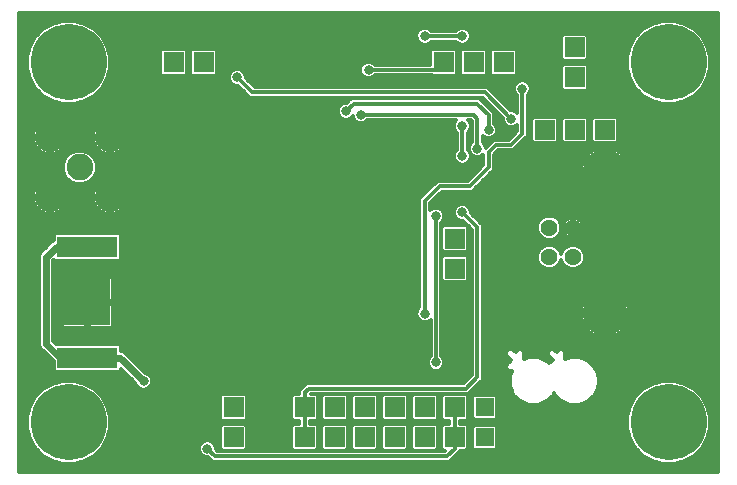
<source format=gbr>
G75*
G70*
%OFA0B0*%
%FSLAX24Y24*%
%IPPOS*%
%LPD*%
%AMOC8*
5,1,8,0,0,1.08239X$1,22.5*
%
%ADD10R,0.2008X0.0709*%
%ADD11R,0.1575X0.1575*%
%ADD12C,0.0562*%
%ADD13C,0.1500*%
%ADD14R,0.0650X0.0650*%
%ADD15C,0.1004*%
%ADD16C,0.0886*%
%ADD17R,0.0600X0.0600*%
%ADD18C,0.2540*%
%ADD19C,0.0120*%
%ADD20C,0.0317*%
%ADD21C,0.0240*%
D10*
X011456Y004435D03*
X011456Y008135D03*
D11*
X011456Y006285D03*
D12*
X026856Y007793D03*
X027643Y007793D03*
X027643Y008777D03*
X026856Y008777D03*
D13*
X028706Y010647D03*
X028706Y005923D03*
D14*
X023706Y007410D03*
X023706Y008410D03*
X026706Y012035D03*
X027706Y012035D03*
X028706Y012035D03*
X028706Y013785D03*
X027706Y013785D03*
X026706Y013785D03*
X026706Y014785D03*
X027706Y014785D03*
X028706Y014785D03*
X025331Y014285D03*
X024331Y014285D03*
X023331Y014285D03*
X015331Y014285D03*
X014331Y014285D03*
X013331Y014285D03*
X016331Y002785D03*
X017331Y002785D03*
X017331Y001785D03*
X016331Y001785D03*
X018706Y001785D03*
X019706Y001785D03*
X020706Y001785D03*
X021706Y001785D03*
X022706Y001785D03*
X023706Y001785D03*
X023706Y002785D03*
X022706Y002785D03*
X021706Y002785D03*
X020706Y002785D03*
X019706Y002785D03*
X018706Y002785D03*
D15*
X012206Y009785D03*
X010206Y009785D03*
X010206Y011785D03*
X012206Y011785D03*
D16*
X011206Y010785D03*
D17*
X024706Y002785D03*
X024706Y001785D03*
D18*
X030831Y002285D03*
X030831Y014285D03*
X010831Y014285D03*
X010831Y002285D03*
D19*
X009191Y000645D02*
X009191Y015925D01*
X032471Y015925D01*
X032471Y000645D01*
X009191Y000645D01*
X009191Y000759D02*
X032471Y000759D01*
X032471Y000878D02*
X009191Y000878D01*
X009191Y000996D02*
X010284Y000996D01*
X010294Y000990D02*
X010648Y000895D01*
X011014Y000895D01*
X011367Y000990D01*
X011684Y001173D01*
X011943Y001432D01*
X012126Y001748D01*
X012221Y002102D01*
X012221Y002468D01*
X012126Y002822D01*
X011943Y003138D01*
X011684Y003397D01*
X011367Y003580D01*
X011014Y003675D01*
X010648Y003675D01*
X010294Y003580D01*
X009977Y003397D01*
X009719Y003138D01*
X009536Y002822D01*
X009441Y002468D01*
X009441Y002102D01*
X009536Y001748D01*
X009719Y001432D01*
X009977Y001173D01*
X010294Y000990D01*
X010078Y001115D02*
X009191Y001115D01*
X009191Y001233D02*
X009917Y001233D01*
X009799Y001352D02*
X009191Y001352D01*
X009191Y001470D02*
X009696Y001470D01*
X009628Y001589D02*
X009191Y001589D01*
X009191Y001707D02*
X009560Y001707D01*
X009515Y001826D02*
X009191Y001826D01*
X009191Y001944D02*
X009483Y001944D01*
X009452Y002063D02*
X009191Y002063D01*
X009191Y002181D02*
X009441Y002181D01*
X009441Y002300D02*
X009191Y002300D01*
X009191Y002418D02*
X009441Y002418D01*
X009459Y002537D02*
X009191Y002537D01*
X009191Y002655D02*
X009491Y002655D01*
X009523Y002774D02*
X009191Y002774D01*
X009191Y002892D02*
X009576Y002892D01*
X009645Y003011D02*
X009191Y003011D01*
X009191Y003129D02*
X009713Y003129D01*
X009828Y003248D02*
X009191Y003248D01*
X009191Y003366D02*
X009946Y003366D01*
X010129Y003485D02*
X009191Y003485D01*
X009191Y003603D02*
X010379Y003603D01*
X010402Y003960D02*
X012510Y003960D01*
X012580Y004031D01*
X012580Y004072D01*
X013056Y003596D01*
X013095Y003502D01*
X013173Y003424D01*
X013276Y003381D01*
X013386Y003381D01*
X013489Y003424D01*
X013567Y003502D01*
X013610Y003605D01*
X013610Y003715D01*
X013567Y003818D01*
X013489Y003896D01*
X013395Y003935D01*
X012692Y004638D01*
X012604Y004675D01*
X012580Y004675D01*
X012580Y004839D01*
X012510Y004909D01*
X010421Y004909D01*
X010321Y005009D01*
X010321Y007686D01*
X010349Y007714D01*
X010402Y007661D01*
X012510Y007661D01*
X012580Y007731D01*
X012580Y008539D01*
X012510Y008610D01*
X010402Y008610D01*
X010332Y008539D01*
X010332Y008354D01*
X010295Y008339D01*
X009945Y007988D01*
X009878Y007921D01*
X009841Y007833D01*
X009841Y004862D01*
X009878Y004774D01*
X010332Y004320D01*
X010332Y004031D01*
X010402Y003960D01*
X010332Y004077D02*
X009191Y004077D01*
X009191Y003959D02*
X012693Y003959D01*
X012812Y003840D02*
X009191Y003840D01*
X009191Y003722D02*
X012930Y003722D01*
X013049Y003603D02*
X011283Y003603D01*
X011533Y003485D02*
X013112Y003485D01*
X013550Y003485D02*
X018651Y003485D01*
X018631Y003465D02*
X018526Y003360D01*
X018526Y003230D01*
X018331Y003230D01*
X018261Y003160D01*
X018261Y002410D01*
X018331Y002340D01*
X018526Y002340D01*
X018526Y002230D01*
X018331Y002230D01*
X018261Y002160D01*
X018261Y001410D01*
X018331Y001340D01*
X019081Y001340D01*
X019151Y001410D01*
X019151Y002160D01*
X019081Y002230D01*
X018886Y002230D01*
X018886Y002340D01*
X019081Y002340D01*
X019151Y002410D01*
X019151Y003160D01*
X019081Y003230D01*
X018906Y003230D01*
X024156Y003230D01*
X024261Y003335D01*
X024636Y003710D01*
X024636Y008860D01*
X024531Y008965D01*
X024531Y008965D01*
X024235Y009261D01*
X024235Y009340D01*
X024192Y009443D01*
X024114Y009521D01*
X024011Y009564D01*
X023901Y009564D01*
X023798Y009521D01*
X023720Y009443D01*
X023677Y009340D01*
X023677Y009230D01*
X023720Y009127D01*
X023798Y009049D01*
X023901Y009006D01*
X023980Y009006D01*
X024276Y008710D01*
X024276Y003860D01*
X024006Y003590D01*
X018756Y003590D01*
X018631Y003465D01*
X018532Y003366D02*
X011716Y003366D01*
X011834Y003248D02*
X018526Y003248D01*
X018706Y003285D02*
X018831Y003410D01*
X024081Y003410D01*
X024456Y003785D01*
X024456Y008785D01*
X023956Y009285D01*
X024235Y009291D02*
X032471Y009291D01*
X032471Y009173D02*
X026949Y009173D01*
X026935Y009178D02*
X026776Y009178D01*
X026628Y009117D01*
X026516Y009004D01*
X026454Y008857D01*
X026454Y008697D01*
X026516Y008550D01*
X026628Y008437D01*
X026776Y008376D01*
X026935Y008376D01*
X027083Y008437D01*
X027196Y008550D01*
X027257Y008697D01*
X027257Y008857D01*
X027196Y009004D01*
X027083Y009117D01*
X026935Y009178D01*
X026762Y009173D02*
X024323Y009173D01*
X024442Y009054D02*
X026565Y009054D01*
X026487Y008936D02*
X024560Y008936D01*
X024636Y008817D02*
X026454Y008817D01*
X026454Y008699D02*
X024636Y008699D01*
X024636Y008580D02*
X026503Y008580D01*
X026604Y008462D02*
X024636Y008462D01*
X024636Y008343D02*
X032471Y008343D01*
X032471Y008225D02*
X024636Y008225D01*
X024636Y008106D02*
X026601Y008106D01*
X026628Y008133D02*
X026516Y008020D01*
X026454Y007873D01*
X026454Y007713D01*
X026516Y007566D01*
X026628Y007453D01*
X026776Y007392D01*
X026935Y007392D01*
X027083Y007453D01*
X027196Y007566D01*
X027249Y007695D01*
X027303Y007566D01*
X027416Y007453D01*
X027563Y007392D01*
X027723Y007392D01*
X027870Y007453D01*
X027983Y007566D01*
X028044Y007713D01*
X028044Y007873D01*
X027983Y008020D01*
X027870Y008133D01*
X027723Y008194D01*
X027563Y008194D01*
X027416Y008133D01*
X027303Y008020D01*
X027249Y007891D01*
X027196Y008020D01*
X027083Y008133D01*
X026935Y008194D01*
X026776Y008194D01*
X026628Y008133D01*
X026502Y007988D02*
X024636Y007988D01*
X024636Y007869D02*
X026454Y007869D01*
X026454Y007751D02*
X024636Y007751D01*
X024636Y007632D02*
X026488Y007632D01*
X026568Y007514D02*
X024636Y007514D01*
X024636Y007395D02*
X026768Y007395D01*
X026943Y007395D02*
X027555Y007395D01*
X027731Y007395D02*
X032471Y007395D01*
X032471Y007277D02*
X024636Y007277D01*
X024636Y007158D02*
X032471Y007158D01*
X032471Y007040D02*
X024636Y007040D01*
X024636Y006921D02*
X032471Y006921D01*
X032471Y006803D02*
X024636Y006803D01*
X024636Y006684D02*
X028427Y006684D01*
X028445Y006691D02*
X028347Y006651D01*
X028255Y006598D01*
X028171Y006533D01*
X028096Y006458D01*
X028031Y006374D01*
X027978Y006282D01*
X027937Y006184D01*
X027910Y006081D01*
X027897Y005983D01*
X028646Y005983D01*
X028646Y006732D01*
X028548Y006719D01*
X028445Y006691D01*
X028646Y006684D02*
X028766Y006684D01*
X028766Y006732D02*
X028766Y005983D01*
X028646Y005983D01*
X028646Y005863D01*
X027897Y005863D01*
X027910Y005764D01*
X027937Y005662D01*
X027978Y005564D01*
X028031Y005472D01*
X028096Y005388D01*
X028171Y005312D01*
X028255Y005248D01*
X028347Y005195D01*
X028445Y005154D01*
X028548Y005127D01*
X028646Y005114D01*
X028646Y005863D01*
X028766Y005863D01*
X028766Y005983D01*
X029515Y005983D01*
X029502Y006081D01*
X029475Y006184D01*
X029434Y006282D01*
X029381Y006374D01*
X029316Y006458D01*
X029241Y006533D01*
X029157Y006598D01*
X029065Y006651D01*
X028967Y006691D01*
X028864Y006719D01*
X028766Y006732D01*
X028766Y006566D02*
X028646Y006566D01*
X028646Y006447D02*
X028766Y006447D01*
X028766Y006329D02*
X028646Y006329D01*
X028646Y006210D02*
X028766Y006210D01*
X028766Y006092D02*
X028646Y006092D01*
X028646Y005973D02*
X024636Y005973D01*
X024636Y005855D02*
X027898Y005855D01*
X027917Y005736D02*
X024636Y005736D01*
X024636Y005618D02*
X027956Y005618D01*
X028015Y005499D02*
X024636Y005499D01*
X024636Y005381D02*
X028103Y005381D01*
X028237Y005262D02*
X024636Y005262D01*
X024636Y005144D02*
X028485Y005144D01*
X028646Y005144D02*
X028766Y005144D01*
X028766Y005114D02*
X028864Y005127D01*
X028967Y005154D01*
X029065Y005195D01*
X029157Y005248D01*
X029241Y005312D01*
X029316Y005388D01*
X029381Y005472D01*
X029434Y005564D01*
X029475Y005662D01*
X029502Y005764D01*
X029515Y005863D01*
X028766Y005863D01*
X028766Y005114D01*
X028766Y005262D02*
X028646Y005262D01*
X028646Y005381D02*
X028766Y005381D01*
X028766Y005499D02*
X028646Y005499D01*
X028646Y005618D02*
X028766Y005618D01*
X028766Y005736D02*
X028646Y005736D01*
X028646Y005855D02*
X028766Y005855D01*
X028766Y005973D02*
X032471Y005973D01*
X032471Y005855D02*
X029514Y005855D01*
X029494Y005736D02*
X032471Y005736D01*
X032471Y005618D02*
X029456Y005618D01*
X029397Y005499D02*
X032471Y005499D01*
X032471Y005381D02*
X029309Y005381D01*
X029175Y005262D02*
X032471Y005262D01*
X032471Y005144D02*
X028927Y005144D01*
X028154Y004331D02*
X027863Y004451D01*
X027549Y004451D01*
X027385Y004384D01*
X027385Y004647D01*
X027303Y004729D01*
X027187Y004729D01*
X027105Y004647D01*
X027105Y004620D01*
X026996Y004729D01*
X026880Y004729D01*
X026798Y004647D01*
X026798Y004531D01*
X026970Y004359D01*
X026861Y004250D01*
X026779Y004331D01*
X026488Y004451D01*
X026174Y004451D01*
X026010Y004384D01*
X026010Y004647D01*
X025928Y004729D01*
X025812Y004729D01*
X025730Y004647D01*
X025730Y004620D01*
X025621Y004729D01*
X025505Y004729D01*
X025423Y004647D01*
X025423Y004531D01*
X025595Y004359D01*
X025423Y004187D01*
X025423Y004071D01*
X025505Y003989D01*
X025610Y003989D01*
X025539Y003817D01*
X025539Y003503D01*
X025660Y003212D01*
X025883Y002989D01*
X026174Y002869D01*
X026488Y002869D01*
X026779Y002989D01*
X027002Y003212D01*
X027018Y003251D01*
X027035Y003212D01*
X027258Y002989D01*
X027549Y002869D01*
X027863Y002869D01*
X028154Y002989D01*
X028377Y003212D01*
X028497Y003503D01*
X028497Y003817D01*
X028377Y004108D01*
X028154Y004331D01*
X028171Y004314D02*
X032471Y004314D01*
X032471Y004196D02*
X028290Y004196D01*
X028390Y004077D02*
X032471Y004077D01*
X032471Y003959D02*
X028439Y003959D01*
X028488Y003840D02*
X032471Y003840D01*
X032471Y003722D02*
X028497Y003722D01*
X028497Y003603D02*
X030379Y003603D01*
X030294Y003580D02*
X030648Y003675D01*
X031014Y003675D01*
X031367Y003580D01*
X031684Y003397D01*
X031943Y003138D01*
X032126Y002822D01*
X032221Y002468D01*
X032221Y002102D01*
X032126Y001748D01*
X031943Y001432D01*
X031684Y001173D01*
X031367Y000990D01*
X031014Y000895D01*
X030648Y000895D01*
X030294Y000990D01*
X029977Y001173D01*
X029719Y001432D01*
X029536Y001748D01*
X029441Y002102D01*
X029441Y002468D01*
X029536Y002822D01*
X029719Y003138D01*
X029977Y003397D01*
X030294Y003580D01*
X030129Y003485D02*
X028490Y003485D01*
X028441Y003366D02*
X029946Y003366D01*
X029828Y003248D02*
X028392Y003248D01*
X028294Y003129D02*
X029713Y003129D01*
X029645Y003011D02*
X028176Y003011D01*
X027920Y002892D02*
X029576Y002892D01*
X029523Y002774D02*
X025126Y002774D01*
X025126Y002892D02*
X026117Y002892D01*
X025861Y003011D02*
X025126Y003011D01*
X025126Y003129D02*
X025743Y003129D01*
X025645Y003248D02*
X024173Y003248D01*
X024151Y003160D02*
X024081Y003230D01*
X023331Y003230D01*
X023261Y003160D01*
X023261Y002410D01*
X023331Y002340D01*
X023526Y002340D01*
X023526Y002230D01*
X023331Y002230D01*
X023261Y002160D01*
X023261Y001410D01*
X023331Y001340D01*
X023381Y001340D01*
X015781Y001340D01*
X015735Y001386D01*
X015735Y001465D01*
X015692Y001568D01*
X015614Y001646D01*
X015511Y001689D01*
X015401Y001689D01*
X015298Y001646D01*
X015220Y001568D01*
X015177Y001465D01*
X015177Y001355D01*
X015220Y001252D01*
X015298Y001174D01*
X015401Y001131D01*
X015480Y001131D01*
X015526Y001085D01*
X015631Y000980D01*
X023531Y000980D01*
X023781Y001230D01*
X023886Y001335D01*
X023886Y001340D01*
X024081Y001340D01*
X024151Y001410D01*
X024151Y002160D01*
X024081Y002230D01*
X023886Y002230D01*
X023886Y002340D01*
X024081Y002340D01*
X024151Y002410D01*
X024151Y003160D01*
X024151Y003129D02*
X024286Y003129D01*
X024286Y003135D02*
X024286Y002435D01*
X024356Y002365D01*
X025056Y002365D01*
X025126Y002435D01*
X025126Y003135D01*
X025056Y003205D01*
X024356Y003205D01*
X024286Y003135D01*
X024286Y003011D02*
X024151Y003011D01*
X024151Y002892D02*
X024286Y002892D01*
X024286Y002774D02*
X024151Y002774D01*
X024151Y002655D02*
X024286Y002655D01*
X024286Y002537D02*
X024151Y002537D01*
X024151Y002418D02*
X024303Y002418D01*
X024356Y002205D02*
X024286Y002135D01*
X024286Y001435D01*
X024356Y001365D01*
X025056Y001365D01*
X025126Y001435D01*
X025126Y002135D01*
X025056Y002205D01*
X024356Y002205D01*
X024332Y002181D02*
X024130Y002181D01*
X024151Y002063D02*
X024286Y002063D01*
X024286Y001944D02*
X024151Y001944D01*
X024151Y001826D02*
X024286Y001826D01*
X024286Y001707D02*
X024151Y001707D01*
X024151Y001589D02*
X024286Y001589D01*
X024286Y001470D02*
X024151Y001470D01*
X024092Y001352D02*
X029799Y001352D01*
X029696Y001470D02*
X025126Y001470D01*
X025126Y001589D02*
X029628Y001589D01*
X029560Y001707D02*
X025126Y001707D01*
X025126Y001826D02*
X029515Y001826D01*
X029483Y001944D02*
X025126Y001944D01*
X025126Y002063D02*
X029452Y002063D01*
X029441Y002181D02*
X025080Y002181D01*
X025109Y002418D02*
X029441Y002418D01*
X029441Y002300D02*
X023886Y002300D01*
X023526Y002300D02*
X018886Y002300D01*
X019130Y002181D02*
X019282Y002181D01*
X019261Y002160D02*
X019261Y001410D01*
X019331Y001340D01*
X020081Y001340D01*
X020151Y001410D01*
X020151Y002160D01*
X020081Y002230D01*
X019331Y002230D01*
X019261Y002160D01*
X019261Y002063D02*
X019151Y002063D01*
X019151Y001944D02*
X019261Y001944D01*
X019261Y001826D02*
X019151Y001826D01*
X019151Y001707D02*
X019261Y001707D01*
X019261Y001589D02*
X019151Y001589D01*
X019151Y001470D02*
X019261Y001470D01*
X019320Y001352D02*
X019092Y001352D01*
X018706Y001785D02*
X018706Y002785D01*
X018706Y003285D01*
X018906Y003230D02*
X018906Y003230D01*
X019151Y003129D02*
X019261Y003129D01*
X019261Y003160D02*
X019261Y002410D01*
X019331Y002340D01*
X020081Y002340D01*
X020151Y002410D01*
X020151Y003160D01*
X020081Y003230D01*
X019331Y003230D01*
X019261Y003160D01*
X019261Y003011D02*
X019151Y003011D01*
X019151Y002892D02*
X019261Y002892D01*
X019261Y002774D02*
X019151Y002774D01*
X019151Y002655D02*
X019261Y002655D01*
X019261Y002537D02*
X019151Y002537D01*
X019151Y002418D02*
X019261Y002418D01*
X018526Y002300D02*
X012221Y002300D01*
X012221Y002418D02*
X015886Y002418D01*
X015886Y002410D02*
X015956Y002340D01*
X016706Y002340D01*
X016776Y002410D01*
X016776Y003160D01*
X016706Y003230D01*
X015956Y003230D01*
X015886Y003160D01*
X015886Y002410D01*
X015886Y002537D02*
X012203Y002537D01*
X012171Y002655D02*
X015886Y002655D01*
X015886Y002774D02*
X012139Y002774D01*
X012086Y002892D02*
X015886Y002892D01*
X015886Y003011D02*
X012017Y003011D01*
X011949Y003129D02*
X015886Y003129D01*
X016776Y003129D02*
X016949Y003129D01*
X016946Y003122D02*
X016946Y002813D01*
X017303Y002813D01*
X017303Y003170D01*
X016994Y003170D01*
X016972Y003161D01*
X016955Y003144D01*
X016946Y003122D01*
X016946Y003011D02*
X016776Y003011D01*
X016776Y002892D02*
X016946Y002892D01*
X016946Y002757D02*
X016946Y002448D01*
X016955Y002426D01*
X016972Y002409D01*
X016994Y002400D01*
X017303Y002400D01*
X017303Y002757D01*
X017358Y002757D01*
X017358Y002400D01*
X017668Y002400D01*
X017690Y002409D01*
X017707Y002426D01*
X017716Y002448D01*
X017716Y002757D01*
X017358Y002757D01*
X017358Y002813D01*
X017303Y002813D01*
X017303Y002757D01*
X016946Y002757D01*
X016946Y002655D02*
X016776Y002655D01*
X016776Y002537D02*
X016946Y002537D01*
X016963Y002418D02*
X016776Y002418D01*
X016706Y002230D02*
X015956Y002230D01*
X015886Y002160D01*
X015886Y001410D01*
X015956Y001340D01*
X016706Y001340D01*
X016776Y001410D01*
X016776Y002160D01*
X016706Y002230D01*
X016755Y002181D02*
X018282Y002181D01*
X018261Y002063D02*
X017716Y002063D01*
X017716Y002122D02*
X017716Y001813D01*
X017358Y001813D01*
X017303Y001813D01*
X017303Y002170D01*
X016994Y002170D01*
X016972Y002161D01*
X016955Y002144D01*
X016946Y002122D01*
X016946Y001813D01*
X017303Y001813D01*
X017303Y001757D01*
X017358Y001757D01*
X017358Y001400D01*
X017668Y001400D01*
X017690Y001409D01*
X017707Y001426D01*
X017716Y001448D01*
X017716Y001757D01*
X017358Y001757D01*
X017358Y001813D01*
X017358Y002170D01*
X017668Y002170D01*
X017690Y002161D01*
X017707Y002144D01*
X017716Y002122D01*
X017716Y001944D02*
X018261Y001944D01*
X018261Y001826D02*
X017716Y001826D01*
X017716Y001707D02*
X018261Y001707D01*
X018261Y001589D02*
X017716Y001589D01*
X017716Y001470D02*
X018261Y001470D01*
X018320Y001352D02*
X016717Y001352D01*
X016776Y001470D02*
X016946Y001470D01*
X016946Y001448D02*
X016955Y001426D01*
X016972Y001409D01*
X016994Y001400D01*
X017303Y001400D01*
X017303Y001757D01*
X016946Y001757D01*
X016946Y001448D01*
X016946Y001589D02*
X016776Y001589D01*
X016776Y001707D02*
X016946Y001707D01*
X016946Y001826D02*
X016776Y001826D01*
X016776Y001944D02*
X016946Y001944D01*
X016946Y002063D02*
X016776Y002063D01*
X017303Y002063D02*
X017358Y002063D01*
X017358Y001944D02*
X017303Y001944D01*
X017303Y001826D02*
X017358Y001826D01*
X017358Y001707D02*
X017303Y001707D01*
X017303Y001589D02*
X017358Y001589D01*
X017358Y001470D02*
X017303Y001470D01*
X017303Y002418D02*
X017358Y002418D01*
X017358Y002537D02*
X017303Y002537D01*
X017303Y002655D02*
X017358Y002655D01*
X017358Y002774D02*
X018261Y002774D01*
X018261Y002892D02*
X017716Y002892D01*
X017716Y002813D02*
X017716Y003122D01*
X017707Y003144D01*
X017690Y003161D01*
X017668Y003170D01*
X017358Y003170D01*
X017358Y002813D01*
X017716Y002813D01*
X017716Y002655D02*
X018261Y002655D01*
X018261Y002537D02*
X017716Y002537D01*
X017699Y002418D02*
X018261Y002418D01*
X017358Y002892D02*
X017303Y002892D01*
X017303Y002774D02*
X016776Y002774D01*
X017303Y003011D02*
X017358Y003011D01*
X017358Y003129D02*
X017303Y003129D01*
X017713Y003129D02*
X018261Y003129D01*
X018261Y003011D02*
X017716Y003011D01*
X015907Y002181D02*
X012221Y002181D01*
X012210Y002063D02*
X015886Y002063D01*
X015886Y001944D02*
X012179Y001944D01*
X012147Y001826D02*
X015886Y001826D01*
X015886Y001707D02*
X012102Y001707D01*
X012034Y001589D02*
X015240Y001589D01*
X015179Y001470D02*
X011965Y001470D01*
X011863Y001352D02*
X015178Y001352D01*
X015239Y001233D02*
X011745Y001233D01*
X011584Y001115D02*
X015497Y001115D01*
X015526Y001085D02*
X015526Y001085D01*
X015615Y000996D02*
X011378Y000996D01*
X015456Y001410D02*
X015706Y001160D01*
X023456Y001160D01*
X023706Y001410D01*
X023706Y001785D01*
X023706Y002785D01*
X023261Y002774D02*
X023151Y002774D01*
X023151Y002892D02*
X023261Y002892D01*
X023261Y003011D02*
X023151Y003011D01*
X023151Y003129D02*
X023261Y003129D01*
X023151Y003160D02*
X023081Y003230D01*
X022331Y003230D01*
X022261Y003160D01*
X022261Y002410D01*
X022331Y002340D01*
X023081Y002340D01*
X023151Y002410D01*
X023151Y003160D01*
X023151Y002655D02*
X023261Y002655D01*
X023261Y002537D02*
X023151Y002537D01*
X023151Y002418D02*
X023261Y002418D01*
X023282Y002181D02*
X023130Y002181D01*
X023151Y002160D02*
X023081Y002230D01*
X022331Y002230D01*
X022261Y002160D01*
X022261Y001410D01*
X022331Y001340D01*
X023081Y001340D01*
X023151Y001410D01*
X023151Y002160D01*
X023151Y002063D02*
X023261Y002063D01*
X023261Y001944D02*
X023151Y001944D01*
X023151Y001826D02*
X023261Y001826D01*
X023261Y001707D02*
X023151Y001707D01*
X023151Y001589D02*
X023261Y001589D01*
X023261Y001470D02*
X023151Y001470D01*
X023092Y001352D02*
X023320Y001352D01*
X023381Y001340D02*
X023381Y001340D01*
X023665Y001115D02*
X030078Y001115D01*
X029917Y001233D02*
X023784Y001233D01*
X023547Y000996D02*
X030284Y000996D01*
X031378Y000996D02*
X032471Y000996D01*
X032471Y001115D02*
X031584Y001115D01*
X031745Y001233D02*
X032471Y001233D01*
X032471Y001352D02*
X031863Y001352D01*
X031965Y001470D02*
X032471Y001470D01*
X032471Y001589D02*
X032034Y001589D01*
X032102Y001707D02*
X032471Y001707D01*
X032471Y001826D02*
X032147Y001826D01*
X032179Y001944D02*
X032471Y001944D01*
X032471Y002063D02*
X032210Y002063D01*
X032221Y002181D02*
X032471Y002181D01*
X032471Y002300D02*
X032221Y002300D01*
X032221Y002418D02*
X032471Y002418D01*
X032471Y002537D02*
X032203Y002537D01*
X032171Y002655D02*
X032471Y002655D01*
X032471Y002774D02*
X032139Y002774D01*
X032086Y002892D02*
X032471Y002892D01*
X032471Y003011D02*
X032017Y003011D01*
X031949Y003129D02*
X032471Y003129D01*
X032471Y003248D02*
X031834Y003248D01*
X031716Y003366D02*
X032471Y003366D01*
X032471Y003485D02*
X031533Y003485D01*
X031283Y003603D02*
X032471Y003603D01*
X032471Y004433D02*
X027909Y004433D01*
X027503Y004433D02*
X027385Y004433D01*
X027385Y004551D02*
X032471Y004551D01*
X032471Y004670D02*
X027363Y004670D01*
X027127Y004670D02*
X027056Y004670D01*
X026820Y004670D02*
X025988Y004670D01*
X026010Y004551D02*
X026798Y004551D01*
X026897Y004433D02*
X026534Y004433D01*
X026796Y004314D02*
X026925Y004314D01*
X026128Y004433D02*
X026010Y004433D01*
X025752Y004670D02*
X025681Y004670D01*
X025445Y004670D02*
X024636Y004670D01*
X024636Y004788D02*
X032471Y004788D01*
X032471Y004907D02*
X024636Y004907D01*
X024636Y005025D02*
X032471Y005025D01*
X032471Y006092D02*
X029499Y006092D01*
X029464Y006210D02*
X032471Y006210D01*
X032471Y006329D02*
X029407Y006329D01*
X029325Y006447D02*
X032471Y006447D01*
X032471Y006566D02*
X029199Y006566D01*
X028985Y006684D02*
X032471Y006684D01*
X032471Y007514D02*
X027931Y007514D01*
X028010Y007632D02*
X032471Y007632D01*
X032471Y007751D02*
X028044Y007751D01*
X028044Y007869D02*
X032471Y007869D01*
X032471Y007988D02*
X027997Y007988D01*
X027897Y008106D02*
X032471Y008106D01*
X032471Y008462D02*
X027772Y008462D01*
X027742Y008449D02*
X027805Y008475D01*
X027860Y008512D01*
X027908Y008560D01*
X027945Y008616D01*
X027971Y008678D01*
X027984Y008744D01*
X027984Y008747D01*
X027674Y008747D01*
X027674Y008808D01*
X027984Y008808D01*
X027984Y008811D01*
X027971Y008877D01*
X027945Y008939D01*
X027908Y008995D01*
X027860Y009042D01*
X027805Y009079D01*
X027742Y009105D01*
X027677Y009118D01*
X027674Y009118D01*
X027674Y008808D01*
X027612Y008808D01*
X027612Y008747D01*
X027302Y008747D01*
X027302Y008744D01*
X027315Y008678D01*
X027341Y008616D01*
X027378Y008560D01*
X027426Y008512D01*
X027481Y008475D01*
X027543Y008449D01*
X027609Y008436D01*
X027612Y008436D01*
X027612Y008747D01*
X027674Y008747D01*
X027674Y008436D01*
X027677Y008436D01*
X027742Y008449D01*
X027674Y008462D02*
X027612Y008462D01*
X027514Y008462D02*
X027107Y008462D01*
X027208Y008580D02*
X027364Y008580D01*
X027311Y008699D02*
X027257Y008699D01*
X027302Y008808D02*
X027612Y008808D01*
X027612Y009118D01*
X027609Y009118D01*
X027543Y009105D01*
X027481Y009079D01*
X027426Y009042D01*
X027378Y008995D01*
X027341Y008939D01*
X027315Y008877D01*
X027302Y008811D01*
X027302Y008808D01*
X027303Y008817D02*
X027257Y008817D01*
X027224Y008936D02*
X027339Y008936D01*
X027443Y009054D02*
X027146Y009054D01*
X027612Y009054D02*
X027674Y009054D01*
X027674Y008936D02*
X027612Y008936D01*
X027612Y008817D02*
X027674Y008817D01*
X027674Y008699D02*
X027612Y008699D01*
X027612Y008580D02*
X027674Y008580D01*
X027922Y008580D02*
X032471Y008580D01*
X032471Y008699D02*
X027975Y008699D01*
X027983Y008817D02*
X032471Y008817D01*
X032471Y008936D02*
X027947Y008936D01*
X027843Y009054D02*
X032471Y009054D01*
X032471Y009410D02*
X024206Y009410D01*
X024098Y009528D02*
X032471Y009528D01*
X032471Y009647D02*
X022947Y009647D01*
X022886Y009585D02*
X023281Y009980D01*
X024281Y009980D01*
X024906Y010605D01*
X025011Y010710D01*
X025011Y011210D01*
X025156Y011355D01*
X025656Y011355D01*
X025761Y011460D01*
X026136Y011835D01*
X026136Y013196D01*
X026192Y013252D01*
X026235Y013355D01*
X026235Y013465D01*
X026192Y013568D01*
X026114Y013646D01*
X026011Y013689D01*
X025901Y013689D01*
X025798Y013646D01*
X025720Y013568D01*
X025677Y013465D01*
X025677Y013355D01*
X025720Y013252D01*
X025776Y013196D01*
X025776Y012609D01*
X025739Y012646D01*
X025636Y012689D01*
X025557Y012689D01*
X024886Y013360D01*
X024781Y013465D01*
X017031Y013465D01*
X016735Y013761D01*
X016735Y013840D01*
X016692Y013943D01*
X016614Y014021D01*
X016511Y014064D01*
X016401Y014064D01*
X016298Y014021D01*
X016220Y013943D01*
X016177Y013840D01*
X016177Y013730D01*
X016220Y013627D01*
X016298Y013549D01*
X016401Y013506D01*
X016480Y013506D01*
X016881Y013105D01*
X024631Y013105D01*
X025302Y012434D01*
X025302Y012355D01*
X025345Y012252D01*
X025423Y012174D01*
X025526Y012131D01*
X025636Y012131D01*
X025739Y012174D01*
X025776Y012211D01*
X025776Y011985D01*
X025506Y011715D01*
X025006Y011715D01*
X024735Y011443D01*
X024735Y011465D01*
X024692Y011568D01*
X024636Y011624D01*
X024636Y011836D01*
X024673Y011799D01*
X024776Y011756D01*
X024886Y011756D01*
X024989Y011799D01*
X025067Y011877D01*
X025110Y011980D01*
X025110Y012090D01*
X025067Y012193D01*
X025011Y012249D01*
X025011Y012610D01*
X024906Y012715D01*
X024531Y013090D01*
X020256Y013090D01*
X020151Y012985D01*
X020105Y012939D01*
X020026Y012939D01*
X019923Y012896D01*
X019845Y012818D01*
X019802Y012715D01*
X019802Y012605D01*
X019845Y012502D01*
X019923Y012424D01*
X020026Y012381D01*
X020136Y012381D01*
X020239Y012424D01*
X020302Y012487D01*
X020302Y012480D01*
X020345Y012377D01*
X020423Y012299D01*
X020526Y012256D01*
X020636Y012256D01*
X020739Y012299D01*
X020795Y012355D01*
X023757Y012355D01*
X023720Y012318D01*
X023677Y012215D01*
X023677Y012105D01*
X023720Y012002D01*
X023776Y011946D01*
X023776Y011374D01*
X023720Y011318D01*
X023677Y011215D01*
X023677Y011105D01*
X023720Y011002D01*
X023798Y010924D01*
X023901Y010881D01*
X024011Y010881D01*
X024114Y010924D01*
X024192Y011002D01*
X024235Y011105D01*
X024235Y011215D01*
X024192Y011318D01*
X024136Y011374D01*
X024136Y011946D01*
X024192Y012002D01*
X024235Y012105D01*
X024235Y012215D01*
X024192Y012318D01*
X024155Y012355D01*
X024256Y012355D01*
X024276Y012335D01*
X024276Y011624D01*
X024220Y011568D01*
X024177Y011465D01*
X024177Y011355D01*
X024220Y011252D01*
X024298Y011174D01*
X024401Y011131D01*
X024511Y011131D01*
X024614Y011174D01*
X024651Y011211D01*
X024651Y010860D01*
X024131Y010340D01*
X023131Y010340D01*
X023026Y010235D01*
X022526Y009735D01*
X022526Y006124D01*
X022470Y006068D01*
X022427Y005965D01*
X022427Y005855D01*
X022470Y005752D01*
X022548Y005674D01*
X022651Y005631D01*
X022761Y005631D01*
X022864Y005674D01*
X022901Y005711D01*
X022901Y004499D01*
X022845Y004443D01*
X022802Y004340D01*
X022802Y004230D01*
X022845Y004127D01*
X022923Y004049D01*
X023026Y004006D01*
X023136Y004006D01*
X023239Y004049D01*
X023317Y004127D01*
X023360Y004230D01*
X023360Y004340D01*
X023317Y004443D01*
X023261Y004499D01*
X023261Y008946D01*
X023317Y009002D01*
X023360Y009105D01*
X023360Y009215D01*
X023317Y009318D01*
X023239Y009396D01*
X023136Y009439D01*
X023026Y009439D01*
X022923Y009396D01*
X022886Y009359D01*
X022886Y009585D01*
X022886Y009528D02*
X023814Y009528D01*
X023706Y009410D02*
X023207Y009410D01*
X023328Y009291D02*
X023677Y009291D01*
X023701Y009173D02*
X023360Y009173D01*
X023339Y009054D02*
X023793Y009054D01*
X024051Y008936D02*
X023261Y008936D01*
X023331Y008855D02*
X023261Y008785D01*
X023261Y008035D01*
X023331Y007965D01*
X024081Y007965D01*
X024151Y008035D01*
X024151Y008785D01*
X024081Y008855D01*
X023331Y008855D01*
X023293Y008817D02*
X023261Y008817D01*
X023261Y008699D02*
X023261Y008699D01*
X023261Y008580D02*
X023261Y008580D01*
X023261Y008462D02*
X023261Y008462D01*
X023261Y008343D02*
X023261Y008343D01*
X023261Y008225D02*
X023261Y008225D01*
X023261Y008106D02*
X023261Y008106D01*
X023261Y007988D02*
X023309Y007988D01*
X023261Y007869D02*
X024276Y007869D01*
X024276Y007751D02*
X024151Y007751D01*
X024151Y007785D02*
X024081Y007855D01*
X023331Y007855D01*
X023261Y007785D01*
X023261Y007035D01*
X023331Y006965D01*
X024081Y006965D01*
X024151Y007035D01*
X024151Y007785D01*
X024151Y007632D02*
X024276Y007632D01*
X024276Y007514D02*
X024151Y007514D01*
X024151Y007395D02*
X024276Y007395D01*
X024276Y007277D02*
X024151Y007277D01*
X024151Y007158D02*
X024276Y007158D01*
X024276Y007040D02*
X024151Y007040D01*
X024276Y006921D02*
X023261Y006921D01*
X023261Y006803D02*
X024276Y006803D01*
X024276Y006684D02*
X023261Y006684D01*
X023261Y006566D02*
X024276Y006566D01*
X024276Y006447D02*
X023261Y006447D01*
X023261Y006329D02*
X024276Y006329D01*
X024276Y006210D02*
X023261Y006210D01*
X023261Y006092D02*
X024276Y006092D01*
X024276Y005973D02*
X023261Y005973D01*
X023261Y005855D02*
X024276Y005855D01*
X024276Y005736D02*
X023261Y005736D01*
X023261Y005618D02*
X024276Y005618D01*
X024276Y005499D02*
X023261Y005499D01*
X023261Y005381D02*
X024276Y005381D01*
X024276Y005262D02*
X023261Y005262D01*
X023261Y005144D02*
X024276Y005144D01*
X024276Y005025D02*
X023261Y005025D01*
X023261Y004907D02*
X024276Y004907D01*
X024276Y004788D02*
X023261Y004788D01*
X023261Y004670D02*
X024276Y004670D01*
X024276Y004551D02*
X023261Y004551D01*
X023322Y004433D02*
X024276Y004433D01*
X024276Y004314D02*
X023360Y004314D01*
X023346Y004196D02*
X024276Y004196D01*
X024276Y004077D02*
X023267Y004077D01*
X023081Y004285D02*
X023081Y009160D01*
X022955Y009410D02*
X022886Y009410D01*
X022706Y009660D02*
X023206Y010160D01*
X024206Y010160D01*
X024831Y010785D01*
X024831Y011285D01*
X025081Y011535D01*
X025581Y011535D01*
X025956Y011910D01*
X025956Y013410D01*
X026142Y013202D02*
X029949Y013202D01*
X029977Y013173D02*
X030294Y012990D01*
X030648Y012895D01*
X031014Y012895D01*
X031367Y012990D01*
X031684Y013173D01*
X031943Y013432D01*
X032126Y013748D01*
X032221Y014102D01*
X032221Y014468D01*
X032126Y014822D01*
X031943Y015138D01*
X031684Y015397D01*
X031367Y015580D01*
X031014Y015675D01*
X030648Y015675D01*
X030294Y015580D01*
X029977Y015397D01*
X029719Y015138D01*
X029536Y014822D01*
X029441Y014468D01*
X029441Y014102D01*
X029536Y013748D01*
X029719Y013432D01*
X029977Y013173D01*
X030133Y013083D02*
X026136Y013083D01*
X026136Y012965D02*
X030388Y012965D01*
X029830Y013320D02*
X026220Y013320D01*
X026235Y013439D02*
X026325Y013439D01*
X026321Y013448D02*
X026330Y013426D01*
X026347Y013409D01*
X026369Y013400D01*
X026678Y013400D01*
X026678Y013757D01*
X026321Y013757D01*
X026321Y013448D01*
X026321Y013557D02*
X026197Y013557D01*
X026321Y013676D02*
X026043Y013676D01*
X025869Y013676D02*
X016820Y013676D01*
X016735Y013794D02*
X020684Y013794D01*
X020673Y013799D02*
X020776Y013756D01*
X020886Y013756D01*
X020989Y013799D01*
X021045Y013855D01*
X022941Y013855D01*
X022956Y013840D01*
X023706Y013840D01*
X023776Y013910D01*
X023776Y014660D01*
X023706Y014730D01*
X022956Y014730D01*
X022886Y014660D01*
X022886Y014215D01*
X021045Y014215D01*
X020989Y014271D01*
X020886Y014314D01*
X020776Y014314D01*
X020673Y014271D01*
X020595Y014193D01*
X020552Y014090D01*
X020552Y013980D01*
X020595Y013877D01*
X020673Y013799D01*
X020580Y013913D02*
X016705Y013913D01*
X016590Y014031D02*
X020552Y014031D01*
X020577Y014150D02*
X015776Y014150D01*
X015776Y014268D02*
X020670Y014268D01*
X020831Y014035D02*
X023081Y014035D01*
X023331Y014285D01*
X022886Y014268D02*
X020992Y014268D01*
X020978Y013794D02*
X026678Y013794D01*
X026678Y013813D02*
X026678Y013757D01*
X026733Y013757D01*
X026733Y013400D01*
X027043Y013400D01*
X027065Y013409D01*
X027082Y013426D01*
X027091Y013448D01*
X027091Y013757D01*
X026733Y013757D01*
X026733Y013813D01*
X026678Y013813D01*
X026678Y014170D01*
X026369Y014170D01*
X026347Y014161D01*
X026330Y014144D01*
X026321Y014122D01*
X026321Y013813D01*
X026678Y013813D01*
X026733Y013813D02*
X026733Y014170D01*
X027043Y014170D01*
X027065Y014161D01*
X027082Y014144D01*
X027091Y014122D01*
X027091Y013813D01*
X026733Y013813D01*
X026733Y013794D02*
X027261Y013794D01*
X027261Y013676D02*
X027091Y013676D01*
X027091Y013557D02*
X027261Y013557D01*
X027261Y013439D02*
X027087Y013439D01*
X027261Y013410D02*
X027331Y013340D01*
X028081Y013340D01*
X028151Y013410D01*
X028151Y014160D01*
X028081Y014230D01*
X027331Y014230D01*
X027261Y014160D01*
X027261Y013410D01*
X026733Y013439D02*
X026678Y013439D01*
X026678Y013557D02*
X026733Y013557D01*
X026733Y013676D02*
X026678Y013676D01*
X026678Y013913D02*
X026733Y013913D01*
X026733Y014031D02*
X026678Y014031D01*
X026678Y014150D02*
X026733Y014150D01*
X027076Y014150D02*
X027261Y014150D01*
X027261Y014031D02*
X027091Y014031D01*
X027091Y013913D02*
X027261Y013913D01*
X027331Y014340D02*
X028081Y014340D01*
X028151Y014410D01*
X028151Y015160D01*
X028081Y015230D01*
X027331Y015230D01*
X027261Y015160D01*
X027261Y014410D01*
X027331Y014340D01*
X027285Y014387D02*
X025776Y014387D01*
X025776Y014505D02*
X026321Y014505D01*
X026321Y014448D02*
X026330Y014426D01*
X026347Y014409D01*
X026369Y014400D01*
X026678Y014400D01*
X026678Y014757D01*
X026321Y014757D01*
X026321Y014448D01*
X026321Y014624D02*
X025776Y014624D01*
X025776Y014660D02*
X025706Y014730D01*
X024956Y014730D01*
X024886Y014660D01*
X024886Y013910D01*
X024956Y013840D01*
X025706Y013840D01*
X025776Y013910D01*
X025776Y014660D01*
X026321Y014742D02*
X012148Y014742D01*
X012126Y014822D02*
X012221Y014468D01*
X012221Y014102D01*
X012126Y013748D01*
X011943Y013432D01*
X011684Y013173D01*
X011367Y012990D01*
X011014Y012895D01*
X010648Y012895D01*
X010294Y012990D01*
X009977Y013173D01*
X009719Y013432D01*
X009536Y013748D01*
X009441Y014102D01*
X009441Y014468D01*
X009536Y014822D01*
X009719Y015138D01*
X009977Y015397D01*
X010294Y015580D01*
X010648Y015675D01*
X011014Y015675D01*
X011367Y015580D01*
X011684Y015397D01*
X011943Y015138D01*
X012126Y014822D01*
X012104Y014861D02*
X026321Y014861D01*
X026321Y014813D02*
X026678Y014813D01*
X026678Y015170D01*
X026369Y015170D01*
X026347Y015161D01*
X026330Y015144D01*
X026321Y015122D01*
X026321Y014813D01*
X026321Y014979D02*
X024169Y014979D01*
X024192Y015002D02*
X024235Y015105D01*
X024235Y015215D01*
X024192Y015318D01*
X024114Y015396D01*
X024011Y015439D01*
X023901Y015439D01*
X023798Y015396D01*
X023742Y015340D01*
X022920Y015340D01*
X022864Y015396D01*
X022761Y015439D01*
X022651Y015439D01*
X022548Y015396D01*
X022470Y015318D01*
X022427Y015215D01*
X022427Y015105D01*
X022470Y015002D01*
X022548Y014924D01*
X022651Y014881D01*
X022761Y014881D01*
X022864Y014924D01*
X022920Y014980D01*
X023742Y014980D01*
X023798Y014924D01*
X023901Y014881D01*
X024011Y014881D01*
X024114Y014924D01*
X024192Y015002D01*
X024232Y015098D02*
X026321Y015098D01*
X026678Y015098D02*
X026733Y015098D01*
X026733Y015170D02*
X026733Y014813D01*
X026678Y014813D01*
X026678Y014757D01*
X026733Y014757D01*
X026733Y014400D01*
X027043Y014400D01*
X027065Y014409D01*
X027082Y014426D01*
X027091Y014448D01*
X027091Y014757D01*
X026733Y014757D01*
X026733Y014813D01*
X027091Y014813D01*
X027091Y015122D01*
X027082Y015144D01*
X027065Y015161D01*
X027043Y015170D01*
X026733Y015170D01*
X026733Y014979D02*
X026678Y014979D01*
X026678Y014861D02*
X026733Y014861D01*
X026733Y014742D02*
X026678Y014742D01*
X026678Y014624D02*
X026733Y014624D01*
X026733Y014505D02*
X026678Y014505D01*
X027091Y014505D02*
X027261Y014505D01*
X027261Y014624D02*
X027091Y014624D01*
X027091Y014742D02*
X027261Y014742D01*
X027261Y014861D02*
X027091Y014861D01*
X027091Y014979D02*
X027261Y014979D01*
X027261Y015098D02*
X027091Y015098D01*
X027317Y015216D02*
X024234Y015216D01*
X024176Y015335D02*
X029915Y015335D01*
X029796Y015216D02*
X028095Y015216D01*
X028151Y015098D02*
X028321Y015098D01*
X028321Y015122D02*
X028321Y014813D01*
X028678Y014813D01*
X028678Y015170D01*
X028369Y015170D01*
X028347Y015161D01*
X028330Y015144D01*
X028321Y015122D01*
X028321Y014979D02*
X028151Y014979D01*
X028151Y014861D02*
X028321Y014861D01*
X028321Y014757D02*
X028321Y014448D01*
X028330Y014426D01*
X028347Y014409D01*
X028369Y014400D01*
X028678Y014400D01*
X028678Y014757D01*
X028321Y014757D01*
X028321Y014742D02*
X028151Y014742D01*
X028151Y014624D02*
X028321Y014624D01*
X028321Y014505D02*
X028151Y014505D01*
X028127Y014387D02*
X029441Y014387D01*
X029451Y014505D02*
X029091Y014505D01*
X029091Y014448D02*
X029091Y014757D01*
X028733Y014757D01*
X028733Y014400D01*
X029043Y014400D01*
X029065Y014409D01*
X029082Y014426D01*
X029091Y014448D01*
X029091Y014624D02*
X029483Y014624D01*
X029514Y014742D02*
X029091Y014742D01*
X029091Y014813D02*
X029091Y015122D01*
X029082Y015144D01*
X029065Y015161D01*
X029043Y015170D01*
X028733Y015170D01*
X028733Y014813D01*
X028678Y014813D01*
X028678Y014757D01*
X028733Y014757D01*
X028733Y014813D01*
X029091Y014813D01*
X029091Y014861D02*
X029558Y014861D01*
X029627Y014979D02*
X029091Y014979D01*
X029091Y015098D02*
X029695Y015098D01*
X030074Y015453D02*
X011588Y015453D01*
X011747Y015335D02*
X022486Y015335D01*
X022427Y015216D02*
X011866Y015216D01*
X011967Y015098D02*
X022430Y015098D01*
X022493Y014979D02*
X012035Y014979D01*
X012179Y014624D02*
X012947Y014624D01*
X012946Y014622D02*
X012946Y014313D01*
X013303Y014313D01*
X013303Y014670D01*
X012994Y014670D01*
X012972Y014661D01*
X012955Y014644D01*
X012946Y014622D01*
X012946Y014505D02*
X012211Y014505D01*
X012221Y014387D02*
X012946Y014387D01*
X012946Y014257D02*
X012946Y013948D01*
X012955Y013926D01*
X012972Y013909D01*
X012994Y013900D01*
X013303Y013900D01*
X013303Y014257D01*
X013358Y014257D01*
X013358Y013900D01*
X013668Y013900D01*
X013690Y013909D01*
X013707Y013926D01*
X013716Y013948D01*
X013716Y014257D01*
X013358Y014257D01*
X013358Y014313D01*
X013303Y014313D01*
X013303Y014257D01*
X012946Y014257D01*
X012946Y014150D02*
X012221Y014150D01*
X012221Y014268D02*
X013303Y014268D01*
X013358Y014268D02*
X013886Y014268D01*
X013886Y014150D02*
X013716Y014150D01*
X013716Y014031D02*
X013886Y014031D01*
X013886Y013913D02*
X013693Y013913D01*
X013886Y013910D02*
X013956Y013840D01*
X014706Y013840D01*
X014776Y013910D01*
X014776Y014660D01*
X014706Y014730D01*
X013956Y014730D01*
X013886Y014660D01*
X013886Y013910D01*
X013358Y013913D02*
X013303Y013913D01*
X013303Y014031D02*
X013358Y014031D01*
X013358Y014150D02*
X013303Y014150D01*
X013358Y014313D02*
X013716Y014313D01*
X013716Y014622D01*
X013707Y014644D01*
X013690Y014661D01*
X013668Y014670D01*
X013358Y014670D01*
X013358Y014313D01*
X013358Y014387D02*
X013303Y014387D01*
X013303Y014505D02*
X013358Y014505D01*
X013358Y014624D02*
X013303Y014624D01*
X013715Y014624D02*
X013886Y014624D01*
X013886Y014505D02*
X013716Y014505D01*
X013716Y014387D02*
X013886Y014387D01*
X014776Y014387D02*
X014886Y014387D01*
X014886Y014505D02*
X014776Y014505D01*
X014776Y014624D02*
X014886Y014624D01*
X014886Y014660D02*
X014886Y013910D01*
X014956Y013840D01*
X015706Y013840D01*
X015776Y013910D01*
X015776Y014660D01*
X015706Y014730D01*
X014956Y014730D01*
X014886Y014660D01*
X014886Y014268D02*
X014776Y014268D01*
X014776Y014150D02*
X014886Y014150D01*
X014886Y014031D02*
X014776Y014031D01*
X014776Y013913D02*
X014886Y013913D01*
X015776Y013913D02*
X016207Y013913D01*
X016177Y013794D02*
X012138Y013794D01*
X012170Y013913D02*
X012969Y013913D01*
X012946Y014031D02*
X012202Y014031D01*
X012084Y013676D02*
X016200Y013676D01*
X016290Y013557D02*
X012016Y013557D01*
X011947Y013439D02*
X016548Y013439D01*
X016666Y013320D02*
X011832Y013320D01*
X011713Y013202D02*
X016785Y013202D01*
X016956Y013285D02*
X016456Y013785D01*
X016322Y014031D02*
X015776Y014031D01*
X015776Y014387D02*
X022886Y014387D01*
X022886Y014505D02*
X015776Y014505D01*
X015776Y014624D02*
X022886Y014624D01*
X022919Y014979D02*
X023743Y014979D01*
X023956Y015160D02*
X022706Y015160D01*
X023776Y014624D02*
X023886Y014624D01*
X023886Y014660D02*
X023886Y013910D01*
X023956Y013840D01*
X024706Y013840D01*
X024776Y013910D01*
X024776Y014660D01*
X024706Y014730D01*
X023956Y014730D01*
X023886Y014660D01*
X023886Y014505D02*
X023776Y014505D01*
X023776Y014387D02*
X023886Y014387D01*
X023886Y014268D02*
X023776Y014268D01*
X023776Y014150D02*
X023886Y014150D01*
X023886Y014031D02*
X023776Y014031D01*
X023776Y013913D02*
X023886Y013913D01*
X024776Y013913D02*
X024886Y013913D01*
X024886Y014031D02*
X024776Y014031D01*
X024776Y014150D02*
X024886Y014150D01*
X024886Y014268D02*
X024776Y014268D01*
X024776Y014387D02*
X024886Y014387D01*
X024886Y014505D02*
X024776Y014505D01*
X024776Y014624D02*
X024886Y014624D01*
X025776Y014268D02*
X029441Y014268D01*
X029441Y014150D02*
X029076Y014150D01*
X029082Y014144D02*
X029065Y014161D01*
X029043Y014170D01*
X028733Y014170D01*
X028733Y013813D01*
X028678Y013813D01*
X028678Y014170D01*
X028369Y014170D01*
X028347Y014161D01*
X028330Y014144D01*
X028321Y014122D01*
X028321Y013813D01*
X028678Y013813D01*
X028678Y013757D01*
X028321Y013757D01*
X028321Y013448D01*
X028330Y013426D01*
X028347Y013409D01*
X028369Y013400D01*
X028678Y013400D01*
X028678Y013757D01*
X028733Y013757D01*
X028733Y013400D01*
X029043Y013400D01*
X029065Y013409D01*
X029082Y013426D01*
X029091Y013448D01*
X029091Y013757D01*
X028733Y013757D01*
X028733Y013813D01*
X029091Y013813D01*
X029091Y014122D01*
X029082Y014144D01*
X029091Y014031D02*
X029460Y014031D01*
X029492Y013913D02*
X029091Y013913D01*
X029091Y013676D02*
X029578Y013676D01*
X029523Y013794D02*
X028733Y013794D01*
X028678Y013794D02*
X028151Y013794D01*
X028151Y013676D02*
X028321Y013676D01*
X028321Y013557D02*
X028151Y013557D01*
X028151Y013439D02*
X028325Y013439D01*
X028678Y013439D02*
X028733Y013439D01*
X028733Y013557D02*
X028678Y013557D01*
X028678Y013676D02*
X028733Y013676D01*
X028733Y013913D02*
X028678Y013913D01*
X028678Y014031D02*
X028733Y014031D01*
X028733Y014150D02*
X028678Y014150D01*
X028336Y014150D02*
X028151Y014150D01*
X028151Y014031D02*
X028321Y014031D01*
X028321Y013913D02*
X028151Y013913D01*
X028678Y014505D02*
X028733Y014505D01*
X028733Y014624D02*
X028678Y014624D01*
X028678Y014742D02*
X028733Y014742D01*
X028733Y014861D02*
X028678Y014861D01*
X028678Y014979D02*
X028733Y014979D01*
X028733Y015098D02*
X028678Y015098D01*
X030279Y015572D02*
X011383Y015572D01*
X010279Y015572D02*
X009191Y015572D01*
X009191Y015690D02*
X032471Y015690D01*
X032471Y015572D02*
X031383Y015572D01*
X031588Y015453D02*
X032471Y015453D01*
X032471Y015335D02*
X031747Y015335D01*
X031866Y015216D02*
X032471Y015216D01*
X032471Y015098D02*
X031967Y015098D01*
X032035Y014979D02*
X032471Y014979D01*
X032471Y014861D02*
X032104Y014861D01*
X032148Y014742D02*
X032471Y014742D01*
X032471Y014624D02*
X032179Y014624D01*
X032211Y014505D02*
X032471Y014505D01*
X032471Y014387D02*
X032221Y014387D01*
X032221Y014268D02*
X032471Y014268D01*
X032471Y014150D02*
X032221Y014150D01*
X032202Y014031D02*
X032471Y014031D01*
X032471Y013913D02*
X032170Y013913D01*
X032138Y013794D02*
X032471Y013794D01*
X032471Y013676D02*
X032084Y013676D01*
X032016Y013557D02*
X032471Y013557D01*
X032471Y013439D02*
X031947Y013439D01*
X031832Y013320D02*
X032471Y013320D01*
X032471Y013202D02*
X031713Y013202D01*
X031529Y013083D02*
X032471Y013083D01*
X032471Y012965D02*
X031273Y012965D01*
X032471Y012846D02*
X026136Y012846D01*
X026136Y012728D02*
X032471Y012728D01*
X032471Y012609D02*
X026136Y012609D01*
X026136Y012491D02*
X032471Y012491D01*
X032471Y012372D02*
X029151Y012372D01*
X029151Y012410D02*
X029081Y012480D01*
X028331Y012480D01*
X028261Y012410D01*
X028261Y011660D01*
X028331Y011590D01*
X029081Y011590D01*
X029151Y011660D01*
X029151Y012410D01*
X029151Y012254D02*
X032471Y012254D01*
X032471Y012135D02*
X029151Y012135D01*
X029151Y012017D02*
X032471Y012017D01*
X032471Y011898D02*
X029151Y011898D01*
X029151Y011780D02*
X032471Y011780D01*
X032471Y011661D02*
X029151Y011661D01*
X029065Y011375D02*
X028967Y011416D01*
X028864Y011443D01*
X028766Y011456D01*
X028766Y010707D01*
X029515Y010707D01*
X029502Y010806D01*
X029475Y010908D01*
X029434Y011006D01*
X029381Y011098D01*
X029316Y011182D01*
X029241Y011258D01*
X029157Y011322D01*
X029065Y011375D01*
X029179Y011306D02*
X032471Y011306D01*
X032471Y011424D02*
X028936Y011424D01*
X028766Y011424D02*
X028646Y011424D01*
X028646Y011456D02*
X028548Y011443D01*
X028445Y011416D01*
X028347Y011375D01*
X028255Y011322D01*
X028171Y011258D01*
X028096Y011182D01*
X028031Y011098D01*
X027978Y011006D01*
X027937Y010908D01*
X027910Y010806D01*
X027897Y010707D01*
X028646Y010707D01*
X028646Y010587D01*
X028766Y010587D01*
X028766Y009838D01*
X028864Y009851D01*
X028967Y009879D01*
X029065Y009919D01*
X029157Y009972D01*
X029241Y010037D01*
X029316Y010112D01*
X029381Y010196D01*
X029434Y010288D01*
X029475Y010386D01*
X029502Y010489D01*
X029515Y010587D01*
X028766Y010587D01*
X028766Y010707D01*
X028646Y010707D01*
X028646Y011456D01*
X028646Y011306D02*
X028766Y011306D01*
X028766Y011187D02*
X028646Y011187D01*
X028646Y011069D02*
X028766Y011069D01*
X028766Y010950D02*
X028646Y010950D01*
X028646Y010832D02*
X028766Y010832D01*
X028766Y010713D02*
X028646Y010713D01*
X028646Y010595D02*
X024895Y010595D01*
X025011Y010713D02*
X027898Y010713D01*
X027917Y010832D02*
X025011Y010832D01*
X025011Y010950D02*
X027955Y010950D01*
X028014Y011069D02*
X025011Y011069D01*
X025011Y011187D02*
X028100Y011187D01*
X028233Y011306D02*
X025106Y011306D01*
X024834Y011543D02*
X024703Y011543D01*
X024636Y011661D02*
X024952Y011661D01*
X024943Y011780D02*
X025571Y011780D01*
X025689Y011898D02*
X025076Y011898D01*
X025110Y012017D02*
X025776Y012017D01*
X025776Y012135D02*
X025646Y012135D01*
X025516Y012135D02*
X025091Y012135D01*
X025011Y012254D02*
X025344Y012254D01*
X025302Y012372D02*
X025011Y012372D01*
X025011Y012491D02*
X025246Y012491D01*
X025127Y012609D02*
X025011Y012609D01*
X025009Y012728D02*
X024893Y012728D01*
X024890Y012846D02*
X024775Y012846D01*
X024772Y012965D02*
X024656Y012965D01*
X024653Y013083D02*
X024538Y013083D01*
X024456Y012910D02*
X024831Y012535D01*
X024831Y012035D01*
X024719Y011780D02*
X024636Y011780D01*
X024276Y011780D02*
X024136Y011780D01*
X024136Y011898D02*
X024276Y011898D01*
X024276Y012017D02*
X024198Y012017D01*
X024235Y012135D02*
X024276Y012135D01*
X024276Y012254D02*
X024219Y012254D01*
X023956Y012160D02*
X023956Y011160D01*
X024220Y011069D02*
X024651Y011069D01*
X024651Y011187D02*
X024627Y011187D01*
X024651Y010950D02*
X024140Y010950D01*
X024235Y011187D02*
X024285Y011187D01*
X024198Y011306D02*
X024197Y011306D01*
X024177Y011424D02*
X024136Y011424D01*
X024136Y011543D02*
X024209Y011543D01*
X024276Y011661D02*
X024136Y011661D01*
X023776Y011661D02*
X012755Y011661D01*
X012754Y011653D02*
X012765Y011725D01*
X012266Y011725D01*
X012266Y011845D01*
X012765Y011845D01*
X012754Y011917D01*
X012727Y012001D01*
X012687Y012080D01*
X012635Y012151D01*
X012572Y012214D01*
X012501Y012266D01*
X012422Y012306D01*
X012338Y012333D01*
X012266Y012344D01*
X012266Y011845D01*
X012146Y011845D01*
X012146Y012344D01*
X012074Y012333D01*
X011990Y012306D01*
X011911Y012266D01*
X011840Y012214D01*
X011777Y012151D01*
X011725Y012080D01*
X011685Y012001D01*
X011658Y011917D01*
X011646Y011845D01*
X012146Y011845D01*
X012146Y011725D01*
X012266Y011725D01*
X012266Y011226D01*
X012338Y011237D01*
X012422Y011264D01*
X012501Y011304D01*
X012572Y011356D01*
X012635Y011419D01*
X012687Y011490D01*
X012727Y011569D01*
X012754Y011653D01*
X012713Y011543D02*
X023776Y011543D01*
X023776Y011424D02*
X012638Y011424D01*
X012502Y011306D02*
X023715Y011306D01*
X023677Y011187D02*
X011600Y011187D01*
X011525Y011262D02*
X011318Y011348D01*
X011094Y011348D01*
X010887Y011262D01*
X010729Y011104D01*
X010643Y010897D01*
X010643Y010673D01*
X010729Y010466D01*
X010887Y010308D01*
X011094Y010222D01*
X011318Y010222D01*
X011525Y010308D01*
X011683Y010466D01*
X011769Y010673D01*
X011769Y010897D01*
X011683Y011104D01*
X011525Y011262D01*
X011420Y011306D02*
X011910Y011306D01*
X011911Y011304D02*
X011990Y011264D01*
X012074Y011237D01*
X012146Y011226D01*
X012146Y011725D01*
X011646Y011725D01*
X011658Y011653D01*
X011685Y011569D01*
X011725Y011490D01*
X011777Y011419D01*
X011840Y011356D01*
X011911Y011304D01*
X011774Y011424D02*
X010638Y011424D01*
X010635Y011419D02*
X010687Y011490D01*
X010727Y011569D01*
X010754Y011653D01*
X010765Y011725D01*
X010266Y011725D01*
X010266Y011845D01*
X010765Y011845D01*
X010754Y011917D01*
X010727Y012001D01*
X010687Y012080D01*
X010635Y012151D01*
X010572Y012214D01*
X010501Y012266D01*
X010422Y012306D01*
X010338Y012333D01*
X010266Y012344D01*
X010266Y011845D01*
X010146Y011845D01*
X010146Y012344D01*
X010074Y012333D01*
X009990Y012306D01*
X009911Y012266D01*
X009840Y012214D01*
X009777Y012151D01*
X009725Y012080D01*
X009685Y012001D01*
X009658Y011917D01*
X009646Y011845D01*
X010146Y011845D01*
X010146Y011725D01*
X010266Y011725D01*
X010266Y011226D01*
X010338Y011237D01*
X010422Y011264D01*
X010501Y011304D01*
X010572Y011356D01*
X010635Y011419D01*
X010713Y011543D02*
X011699Y011543D01*
X011657Y011661D02*
X010755Y011661D01*
X010992Y011306D02*
X010502Y011306D01*
X010266Y011306D02*
X010146Y011306D01*
X010146Y011226D02*
X010146Y011725D01*
X009646Y011725D01*
X009658Y011653D01*
X009685Y011569D01*
X009725Y011490D01*
X009777Y011419D01*
X009840Y011356D01*
X009911Y011304D01*
X009990Y011264D01*
X010074Y011237D01*
X010146Y011226D01*
X010146Y011424D02*
X010266Y011424D01*
X010266Y011543D02*
X010146Y011543D01*
X010146Y011661D02*
X010266Y011661D01*
X010266Y011780D02*
X012146Y011780D01*
X012146Y011898D02*
X012266Y011898D01*
X012266Y011780D02*
X023776Y011780D01*
X023776Y011898D02*
X012757Y011898D01*
X012719Y012017D02*
X023714Y012017D01*
X023677Y012135D02*
X012646Y012135D01*
X012517Y012254D02*
X023693Y012254D01*
X024331Y012535D02*
X024456Y012410D01*
X024456Y011410D01*
X023772Y010950D02*
X011747Y010950D01*
X011769Y010832D02*
X024623Y010832D01*
X024504Y010713D02*
X011769Y010713D01*
X011736Y010595D02*
X024386Y010595D01*
X024267Y010476D02*
X011687Y010476D01*
X011575Y010358D02*
X024149Y010358D01*
X024421Y010121D02*
X028089Y010121D01*
X028096Y010112D02*
X028171Y010037D01*
X028255Y009972D01*
X028347Y009919D01*
X028445Y009879D01*
X028548Y009851D01*
X028646Y009838D01*
X028646Y010587D01*
X027897Y010587D01*
X027910Y010489D01*
X027937Y010386D01*
X027978Y010288D01*
X028031Y010196D01*
X028096Y010112D01*
X028006Y010239D02*
X024540Y010239D01*
X024658Y010358D02*
X027949Y010358D01*
X027913Y010476D02*
X024777Y010476D01*
X024303Y010002D02*
X028216Y010002D01*
X028433Y009884D02*
X023184Y009884D01*
X023066Y009765D02*
X032471Y009765D01*
X032471Y009884D02*
X028979Y009884D01*
X028766Y009884D02*
X028646Y009884D01*
X028646Y010002D02*
X028766Y010002D01*
X028766Y010121D02*
X028646Y010121D01*
X028646Y010239D02*
X028766Y010239D01*
X028766Y010358D02*
X028646Y010358D01*
X028646Y010476D02*
X028766Y010476D01*
X028766Y010595D02*
X032471Y010595D01*
X032471Y010713D02*
X029514Y010713D01*
X029495Y010832D02*
X032471Y010832D01*
X032471Y010950D02*
X029457Y010950D01*
X029398Y011069D02*
X032471Y011069D01*
X032471Y011187D02*
X029312Y011187D01*
X028476Y011424D02*
X025725Y011424D01*
X025843Y011543D02*
X032471Y011543D01*
X032471Y010476D02*
X029499Y010476D01*
X029463Y010358D02*
X032471Y010358D01*
X032471Y010239D02*
X029406Y010239D01*
X029323Y010121D02*
X032471Y010121D01*
X032471Y010002D02*
X029196Y010002D01*
X028261Y011661D02*
X028151Y011661D01*
X028151Y011660D02*
X028151Y012410D01*
X028081Y012480D01*
X027331Y012480D01*
X027261Y012410D01*
X027261Y011660D01*
X027331Y011590D01*
X028081Y011590D01*
X028151Y011660D01*
X028151Y011780D02*
X028261Y011780D01*
X028261Y011898D02*
X028151Y011898D01*
X028151Y012017D02*
X028261Y012017D01*
X028261Y012135D02*
X028151Y012135D01*
X028151Y012254D02*
X028261Y012254D01*
X028261Y012372D02*
X028151Y012372D01*
X027261Y012372D02*
X027151Y012372D01*
X027151Y012410D02*
X027081Y012480D01*
X026331Y012480D01*
X026261Y012410D01*
X026261Y011660D01*
X026331Y011590D01*
X027081Y011590D01*
X027151Y011660D01*
X027151Y012410D01*
X027151Y012254D02*
X027261Y012254D01*
X027261Y012135D02*
X027151Y012135D01*
X027151Y012017D02*
X027261Y012017D01*
X027261Y011898D02*
X027151Y011898D01*
X027151Y011780D02*
X027261Y011780D01*
X027261Y011661D02*
X027151Y011661D01*
X026261Y011661D02*
X025962Y011661D01*
X026080Y011780D02*
X026261Y011780D01*
X026261Y011898D02*
X026136Y011898D01*
X026136Y012017D02*
X026261Y012017D01*
X026261Y012135D02*
X026136Y012135D01*
X026136Y012254D02*
X026261Y012254D01*
X026261Y012372D02*
X026136Y012372D01*
X025776Y012728D02*
X025518Y012728D01*
X025400Y012846D02*
X025776Y012846D01*
X025776Y012965D02*
X025281Y012965D01*
X025163Y013083D02*
X025776Y013083D01*
X025770Y013202D02*
X025044Y013202D01*
X024926Y013320D02*
X025692Y013320D01*
X025677Y013439D02*
X024807Y013439D01*
X024706Y013285D02*
X016956Y013285D01*
X016939Y013557D02*
X025715Y013557D01*
X025776Y013913D02*
X026321Y013913D01*
X026321Y014031D02*
X025776Y014031D01*
X025776Y014150D02*
X026336Y014150D01*
X024706Y013285D02*
X025581Y012410D01*
X024456Y012910D02*
X020331Y012910D01*
X020081Y012660D01*
X019873Y012846D02*
X009191Y012846D01*
X009191Y012728D02*
X019807Y012728D01*
X019802Y012609D02*
X009191Y012609D01*
X009191Y012491D02*
X019856Y012491D01*
X020350Y012372D02*
X009191Y012372D01*
X009191Y012254D02*
X009895Y012254D01*
X009766Y012135D02*
X009191Y012135D01*
X009191Y012017D02*
X009693Y012017D01*
X009655Y011898D02*
X009191Y011898D01*
X009191Y011780D02*
X010146Y011780D01*
X010146Y011898D02*
X010266Y011898D01*
X010266Y012017D02*
X010146Y012017D01*
X010146Y012135D02*
X010266Y012135D01*
X010266Y012254D02*
X010146Y012254D01*
X010517Y012254D02*
X011895Y012254D01*
X011766Y012135D02*
X010646Y012135D01*
X010719Y012017D02*
X011693Y012017D01*
X011655Y011898D02*
X010757Y011898D01*
X009910Y011306D02*
X009191Y011306D01*
X009191Y011424D02*
X009774Y011424D01*
X009699Y011543D02*
X009191Y011543D01*
X009191Y011661D02*
X009657Y011661D01*
X009191Y011187D02*
X010812Y011187D01*
X010714Y011069D02*
X009191Y011069D01*
X009191Y010950D02*
X010665Y010950D01*
X010643Y010832D02*
X009191Y010832D01*
X009191Y010713D02*
X010643Y010713D01*
X010676Y010595D02*
X009191Y010595D01*
X009191Y010476D02*
X010725Y010476D01*
X010837Y010358D02*
X009191Y010358D01*
X009191Y010239D02*
X009875Y010239D01*
X009840Y010214D02*
X009911Y010266D01*
X009990Y010306D01*
X010074Y010333D01*
X010146Y010344D01*
X010146Y009845D01*
X010266Y009845D01*
X010765Y009845D01*
X010754Y009917D01*
X010727Y010001D01*
X010687Y010080D01*
X010635Y010151D01*
X010572Y010214D01*
X010501Y010266D01*
X010422Y010306D01*
X010338Y010333D01*
X010266Y010344D01*
X010266Y009845D01*
X010266Y009725D01*
X010765Y009725D01*
X010754Y009653D01*
X010727Y009569D01*
X010687Y009490D01*
X010635Y009419D01*
X010572Y009356D01*
X010501Y009304D01*
X010422Y009264D01*
X010338Y009237D01*
X010266Y009226D01*
X010266Y009725D01*
X010146Y009725D01*
X010146Y009226D01*
X010074Y009237D01*
X009990Y009264D01*
X009911Y009304D01*
X009840Y009356D01*
X009777Y009419D01*
X009725Y009490D01*
X009685Y009569D01*
X009658Y009653D01*
X009646Y009725D01*
X010146Y009725D01*
X010146Y009845D01*
X009646Y009845D01*
X009658Y009917D01*
X009685Y010001D01*
X009725Y010080D01*
X009777Y010151D01*
X009840Y010214D01*
X009755Y010121D02*
X009191Y010121D01*
X009191Y010002D02*
X009686Y010002D01*
X009653Y009884D02*
X009191Y009884D01*
X009191Y009765D02*
X010146Y009765D01*
X010146Y009647D02*
X010266Y009647D01*
X010266Y009765D02*
X012146Y009765D01*
X012146Y009725D02*
X011646Y009725D01*
X011658Y009653D01*
X011685Y009569D01*
X011725Y009490D01*
X011777Y009419D01*
X011840Y009356D01*
X011911Y009304D01*
X011990Y009264D01*
X012074Y009237D01*
X012146Y009226D01*
X012146Y009725D01*
X012266Y009725D01*
X012266Y009845D01*
X012765Y009845D01*
X012754Y009917D01*
X012727Y010001D01*
X012687Y010080D01*
X012635Y010151D01*
X012572Y010214D01*
X012501Y010266D01*
X012422Y010306D01*
X012338Y010333D01*
X012266Y010344D01*
X012266Y009845D01*
X012146Y009845D01*
X012146Y010344D01*
X012074Y010333D01*
X011990Y010306D01*
X011911Y010266D01*
X011840Y010214D01*
X011777Y010151D01*
X011725Y010080D01*
X011685Y010001D01*
X011658Y009917D01*
X011646Y009845D01*
X012146Y009845D01*
X012146Y009725D01*
X012146Y009647D02*
X012266Y009647D01*
X012266Y009725D02*
X012266Y009226D01*
X012338Y009237D01*
X012422Y009264D01*
X012501Y009304D01*
X012572Y009356D01*
X012635Y009419D01*
X012687Y009490D01*
X012727Y009569D01*
X012754Y009653D01*
X012765Y009725D01*
X012266Y009725D01*
X012266Y009765D02*
X022556Y009765D01*
X022526Y009647D02*
X012752Y009647D01*
X012706Y009528D02*
X022526Y009528D01*
X022526Y009410D02*
X012625Y009410D01*
X012474Y009291D02*
X022526Y009291D01*
X022526Y009173D02*
X009191Y009173D01*
X009191Y009291D02*
X009938Y009291D01*
X009787Y009410D02*
X009191Y009410D01*
X009191Y009528D02*
X009706Y009528D01*
X009660Y009647D02*
X009191Y009647D01*
X009191Y009054D02*
X022526Y009054D01*
X022526Y008936D02*
X009191Y008936D01*
X009191Y008817D02*
X022526Y008817D01*
X022526Y008699D02*
X009191Y008699D01*
X009191Y008580D02*
X010373Y008580D01*
X010332Y008462D02*
X009191Y008462D01*
X009191Y008343D02*
X010305Y008343D01*
X010181Y008225D02*
X009191Y008225D01*
X009191Y008106D02*
X010063Y008106D01*
X009944Y007988D02*
X009191Y007988D01*
X009191Y007869D02*
X009856Y007869D01*
X009841Y007751D02*
X009191Y007751D01*
X009191Y007632D02*
X009841Y007632D01*
X009841Y007514D02*
X009191Y007514D01*
X009191Y007395D02*
X009841Y007395D01*
X009841Y007277D02*
X009191Y007277D01*
X009191Y007158D02*
X009841Y007158D01*
X009841Y007040D02*
X009191Y007040D01*
X009191Y006921D02*
X009841Y006921D01*
X009841Y006803D02*
X009191Y006803D01*
X009191Y006684D02*
X009841Y006684D01*
X009841Y006566D02*
X009191Y006566D01*
X009191Y006447D02*
X009841Y006447D01*
X009841Y006329D02*
X009191Y006329D01*
X009191Y006210D02*
X009841Y006210D01*
X009841Y006092D02*
X009191Y006092D01*
X009191Y005973D02*
X009841Y005973D01*
X009841Y005855D02*
X009191Y005855D01*
X009191Y005736D02*
X009841Y005736D01*
X009841Y005618D02*
X009191Y005618D01*
X009191Y005499D02*
X009841Y005499D01*
X009841Y005381D02*
X009191Y005381D01*
X009191Y005262D02*
X009841Y005262D01*
X009841Y005144D02*
X009191Y005144D01*
X009191Y005025D02*
X009841Y005025D01*
X009841Y004907D02*
X009191Y004907D01*
X009191Y004788D02*
X009872Y004788D01*
X009982Y004670D02*
X009191Y004670D01*
X009191Y004551D02*
X010101Y004551D01*
X010219Y004433D02*
X009191Y004433D01*
X009191Y004314D02*
X010332Y004314D01*
X010332Y004196D02*
X009191Y004196D01*
X010321Y005025D02*
X022901Y005025D01*
X022901Y004907D02*
X012512Y004907D01*
X012580Y004788D02*
X022901Y004788D01*
X022901Y004670D02*
X012616Y004670D01*
X012779Y004551D02*
X022901Y004551D01*
X022840Y004433D02*
X012898Y004433D01*
X013016Y004314D02*
X022802Y004314D01*
X022816Y004196D02*
X013135Y004196D01*
X013253Y004077D02*
X022895Y004077D01*
X022081Y003230D02*
X021331Y003230D01*
X021261Y003160D01*
X021261Y002410D01*
X021331Y002340D01*
X022081Y002340D01*
X022151Y002410D01*
X022151Y003160D01*
X022081Y003230D01*
X022151Y003129D02*
X022261Y003129D01*
X022261Y003011D02*
X022151Y003011D01*
X022151Y002892D02*
X022261Y002892D01*
X022261Y002774D02*
X022151Y002774D01*
X022151Y002655D02*
X022261Y002655D01*
X022261Y002537D02*
X022151Y002537D01*
X022151Y002418D02*
X022261Y002418D01*
X022282Y002181D02*
X022130Y002181D01*
X022151Y002160D02*
X022081Y002230D01*
X021331Y002230D01*
X021261Y002160D01*
X021261Y001410D01*
X021331Y001340D01*
X022081Y001340D01*
X022151Y001410D01*
X022151Y002160D01*
X022151Y002063D02*
X022261Y002063D01*
X022261Y001944D02*
X022151Y001944D01*
X022151Y001826D02*
X022261Y001826D01*
X022261Y001707D02*
X022151Y001707D01*
X022151Y001589D02*
X022261Y001589D01*
X022261Y001470D02*
X022151Y001470D01*
X022092Y001352D02*
X022320Y001352D01*
X021320Y001352D02*
X021092Y001352D01*
X021081Y001340D02*
X021151Y001410D01*
X021151Y002160D01*
X021081Y002230D01*
X020331Y002230D01*
X020261Y002160D01*
X020261Y001410D01*
X020331Y001340D01*
X021081Y001340D01*
X021151Y001470D02*
X021261Y001470D01*
X021261Y001589D02*
X021151Y001589D01*
X021151Y001707D02*
X021261Y001707D01*
X021261Y001826D02*
X021151Y001826D01*
X021151Y001944D02*
X021261Y001944D01*
X021261Y002063D02*
X021151Y002063D01*
X021130Y002181D02*
X021282Y002181D01*
X021261Y002418D02*
X021151Y002418D01*
X021151Y002410D02*
X021081Y002340D01*
X020331Y002340D01*
X020261Y002410D01*
X020261Y003160D01*
X020331Y003230D01*
X021081Y003230D01*
X021151Y003160D01*
X021151Y002410D01*
X021151Y002537D02*
X021261Y002537D01*
X021261Y002655D02*
X021151Y002655D01*
X021151Y002774D02*
X021261Y002774D01*
X021261Y002892D02*
X021151Y002892D01*
X021151Y003011D02*
X021261Y003011D01*
X021261Y003129D02*
X021151Y003129D01*
X020261Y003129D02*
X020151Y003129D01*
X020151Y003011D02*
X020261Y003011D01*
X020261Y002892D02*
X020151Y002892D01*
X020151Y002774D02*
X020261Y002774D01*
X020261Y002655D02*
X020151Y002655D01*
X020151Y002537D02*
X020261Y002537D01*
X020261Y002418D02*
X020151Y002418D01*
X020130Y002181D02*
X020282Y002181D01*
X020261Y002063D02*
X020151Y002063D01*
X020151Y001944D02*
X020261Y001944D01*
X020261Y001826D02*
X020151Y001826D01*
X020151Y001707D02*
X020261Y001707D01*
X020261Y001589D02*
X020151Y001589D01*
X020151Y001470D02*
X020261Y001470D01*
X020320Y001352D02*
X020092Y001352D01*
X024019Y003603D02*
X013609Y003603D01*
X013607Y003722D02*
X024138Y003722D01*
X024256Y003840D02*
X013545Y003840D01*
X013372Y003959D02*
X024276Y003959D01*
X024636Y003959D02*
X025598Y003959D01*
X025549Y003840D02*
X024636Y003840D01*
X024636Y003722D02*
X025539Y003722D01*
X025539Y003603D02*
X024529Y003603D01*
X024410Y003485D02*
X025547Y003485D01*
X025596Y003366D02*
X024292Y003366D01*
X024636Y004077D02*
X025423Y004077D01*
X025432Y004196D02*
X024636Y004196D01*
X024636Y004314D02*
X025550Y004314D01*
X025522Y004433D02*
X024636Y004433D01*
X024636Y004551D02*
X025423Y004551D01*
X027017Y003248D02*
X027020Y003248D01*
X027118Y003129D02*
X026919Y003129D01*
X026801Y003011D02*
X027236Y003011D01*
X027492Y002892D02*
X026545Y002892D01*
X025126Y002655D02*
X029491Y002655D01*
X029459Y002537D02*
X025126Y002537D01*
X022901Y005144D02*
X010321Y005144D01*
X010321Y005262D02*
X022901Y005262D01*
X022901Y005381D02*
X010321Y005381D01*
X010321Y005499D02*
X010609Y005499D01*
X010609Y005486D02*
X010618Y005464D01*
X010635Y005447D01*
X010657Y005438D01*
X011396Y005438D01*
X011396Y006225D01*
X011516Y006225D01*
X011516Y006345D01*
X012303Y006345D01*
X012303Y007084D01*
X012294Y007106D01*
X012277Y007123D01*
X012255Y007132D01*
X011516Y007132D01*
X011516Y006345D01*
X011396Y006345D01*
X011396Y007132D01*
X010657Y007132D01*
X010635Y007123D01*
X010618Y007106D01*
X010609Y007084D01*
X010609Y006345D01*
X011396Y006345D01*
X011396Y006225D01*
X010609Y006225D01*
X010609Y005486D01*
X010609Y005618D02*
X010321Y005618D01*
X010321Y005736D02*
X010609Y005736D01*
X010609Y005855D02*
X010321Y005855D01*
X010321Y005973D02*
X010609Y005973D01*
X010609Y006092D02*
X010321Y006092D01*
X010321Y006210D02*
X010609Y006210D01*
X010609Y006447D02*
X010321Y006447D01*
X010321Y006329D02*
X011396Y006329D01*
X011396Y006447D02*
X011516Y006447D01*
X011516Y006329D02*
X022526Y006329D01*
X022526Y006447D02*
X012303Y006447D01*
X012303Y006566D02*
X022526Y006566D01*
X022526Y006684D02*
X012303Y006684D01*
X012303Y006803D02*
X022526Y006803D01*
X022526Y006921D02*
X012303Y006921D01*
X012303Y007040D02*
X022526Y007040D01*
X022526Y007158D02*
X010321Y007158D01*
X010321Y007040D02*
X010609Y007040D01*
X010609Y006921D02*
X010321Y006921D01*
X010321Y006803D02*
X010609Y006803D01*
X010609Y006684D02*
X010321Y006684D01*
X010321Y006566D02*
X010609Y006566D01*
X010321Y007277D02*
X022526Y007277D01*
X022526Y007395D02*
X010321Y007395D01*
X010321Y007514D02*
X022526Y007514D01*
X022526Y007632D02*
X010321Y007632D01*
X011396Y007040D02*
X011516Y007040D01*
X011516Y006921D02*
X011396Y006921D01*
X011396Y006803D02*
X011516Y006803D01*
X011516Y006684D02*
X011396Y006684D01*
X011396Y006566D02*
X011516Y006566D01*
X011516Y006225D02*
X012303Y006225D01*
X012303Y005486D01*
X012294Y005464D01*
X012277Y005447D01*
X012255Y005438D01*
X011516Y005438D01*
X011516Y006225D01*
X011516Y006210D02*
X011396Y006210D01*
X011396Y006092D02*
X011516Y006092D01*
X011516Y005973D02*
X011396Y005973D01*
X011396Y005855D02*
X011516Y005855D01*
X011516Y005736D02*
X011396Y005736D01*
X011396Y005618D02*
X011516Y005618D01*
X011516Y005499D02*
X011396Y005499D01*
X012303Y005499D02*
X022901Y005499D01*
X022901Y005618D02*
X012303Y005618D01*
X012303Y005736D02*
X022486Y005736D01*
X022427Y005855D02*
X012303Y005855D01*
X012303Y005973D02*
X022430Y005973D01*
X022493Y006092D02*
X012303Y006092D01*
X012303Y006210D02*
X022526Y006210D01*
X022706Y005910D02*
X022706Y009660D01*
X022675Y009884D02*
X012759Y009884D01*
X012726Y010002D02*
X022793Y010002D01*
X022912Y010121D02*
X012657Y010121D01*
X012537Y010239D02*
X023030Y010239D01*
X023692Y011069D02*
X011698Y011069D01*
X012146Y011306D02*
X012266Y011306D01*
X012266Y011424D02*
X012146Y011424D01*
X012146Y011543D02*
X012266Y011543D01*
X012266Y011661D02*
X012146Y011661D01*
X012146Y012017D02*
X012266Y012017D01*
X012266Y012135D02*
X012146Y012135D01*
X012146Y012254D02*
X012266Y012254D01*
X011529Y013083D02*
X020249Y013083D01*
X020131Y012965D02*
X011273Y012965D01*
X010388Y012965D02*
X009191Y012965D01*
X009191Y013083D02*
X010133Y013083D01*
X009949Y013202D02*
X009191Y013202D01*
X009191Y013320D02*
X009830Y013320D01*
X009715Y013439D02*
X009191Y013439D01*
X009191Y013557D02*
X009646Y013557D01*
X009578Y013676D02*
X009191Y013676D01*
X009191Y013794D02*
X009523Y013794D01*
X009492Y013913D02*
X009191Y013913D01*
X009191Y014031D02*
X009460Y014031D01*
X009441Y014150D02*
X009191Y014150D01*
X009191Y014268D02*
X009441Y014268D01*
X009441Y014387D02*
X009191Y014387D01*
X009191Y014505D02*
X009451Y014505D01*
X009483Y014624D02*
X009191Y014624D01*
X009191Y014742D02*
X009514Y014742D01*
X009558Y014861D02*
X009191Y014861D01*
X009191Y014979D02*
X009627Y014979D01*
X009695Y015098D02*
X009191Y015098D01*
X009191Y015216D02*
X009796Y015216D01*
X009915Y015335D02*
X009191Y015335D01*
X009191Y015453D02*
X010074Y015453D01*
X009191Y015809D02*
X032471Y015809D01*
X029646Y013557D02*
X029091Y013557D01*
X029087Y013439D02*
X029715Y013439D01*
X024331Y012535D02*
X020581Y012535D01*
X024119Y008817D02*
X024169Y008817D01*
X024151Y008699D02*
X024276Y008699D01*
X024276Y008580D02*
X024151Y008580D01*
X024151Y008462D02*
X024276Y008462D01*
X024276Y008343D02*
X024151Y008343D01*
X024151Y008225D02*
X024276Y008225D01*
X024276Y008106D02*
X024151Y008106D01*
X024103Y007988D02*
X024276Y007988D01*
X023261Y007751D02*
X023261Y007751D01*
X023261Y007632D02*
X023261Y007632D01*
X023261Y007514D02*
X023261Y007514D01*
X023261Y007395D02*
X023261Y007395D01*
X023261Y007277D02*
X023261Y007277D01*
X023261Y007158D02*
X023261Y007158D01*
X023261Y007040D02*
X023261Y007040D01*
X022526Y007751D02*
X012580Y007751D01*
X012580Y007869D02*
X022526Y007869D01*
X022526Y007988D02*
X012580Y007988D01*
X012580Y008106D02*
X022526Y008106D01*
X022526Y008225D02*
X012580Y008225D01*
X012580Y008343D02*
X022526Y008343D01*
X022526Y008462D02*
X012580Y008462D01*
X012539Y008580D02*
X022526Y008580D01*
X024636Y006566D02*
X028213Y006566D01*
X028087Y006447D02*
X024636Y006447D01*
X024636Y006329D02*
X028005Y006329D01*
X027948Y006210D02*
X024636Y006210D01*
X024636Y006092D02*
X027913Y006092D01*
X027355Y007514D02*
X027143Y007514D01*
X027223Y007632D02*
X027275Y007632D01*
X027289Y007988D02*
X027209Y007988D01*
X027110Y008106D02*
X027389Y008106D01*
X015886Y001589D02*
X015672Y001589D01*
X015733Y001470D02*
X015886Y001470D01*
X015945Y001352D02*
X015769Y001352D01*
X012266Y009291D02*
X012146Y009291D01*
X012146Y009410D02*
X012266Y009410D01*
X012266Y009528D02*
X012146Y009528D01*
X011938Y009291D02*
X010474Y009291D01*
X010625Y009410D02*
X011787Y009410D01*
X011706Y009528D02*
X010706Y009528D01*
X010752Y009647D02*
X011660Y009647D01*
X011653Y009884D02*
X010759Y009884D01*
X010726Y010002D02*
X011686Y010002D01*
X011755Y010121D02*
X010657Y010121D01*
X010537Y010239D02*
X011053Y010239D01*
X011359Y010239D02*
X011875Y010239D01*
X012146Y010239D02*
X012266Y010239D01*
X012266Y010121D02*
X012146Y010121D01*
X012146Y010002D02*
X012266Y010002D01*
X012266Y009884D02*
X012146Y009884D01*
X010266Y009884D02*
X010146Y009884D01*
X010146Y010002D02*
X010266Y010002D01*
X010266Y010121D02*
X010146Y010121D01*
X010146Y010239D02*
X010266Y010239D01*
X010266Y009528D02*
X010146Y009528D01*
X010146Y009410D02*
X010266Y009410D01*
X010266Y009291D02*
X010146Y009291D01*
D20*
X010206Y008910D03*
X010581Y008910D03*
X010956Y008910D03*
X011331Y008910D03*
X011706Y008910D03*
X012081Y008910D03*
X012456Y008910D03*
X012831Y008910D03*
X013206Y008785D03*
X013206Y009160D03*
X013206Y009535D03*
X013206Y009910D03*
X013206Y010285D03*
X013581Y010285D03*
X013956Y010285D03*
X014331Y010285D03*
X014706Y010285D03*
X015081Y010285D03*
X015456Y010410D03*
X015456Y010035D03*
X015456Y009660D03*
X015456Y009285D03*
X015456Y008910D03*
X015456Y008535D03*
X015456Y008160D03*
X015456Y007785D03*
X015456Y007410D03*
X015456Y007035D03*
X015456Y006660D03*
X015456Y006285D03*
X015831Y006035D03*
X015831Y005660D03*
X016206Y005660D03*
X016581Y005660D03*
X016956Y005660D03*
X017331Y005660D03*
X017706Y005660D03*
X018081Y005660D03*
X018456Y005660D03*
X018831Y005660D03*
X019206Y005660D03*
X019581Y005660D03*
X019956Y005660D03*
X020456Y005910D03*
X020831Y005910D03*
X021206Y005910D03*
X021581Y005910D03*
X021831Y006160D03*
X022081Y006410D03*
X022331Y006660D03*
X022331Y007035D03*
X022331Y007410D03*
X022331Y007785D03*
X022331Y008160D03*
X022331Y008535D03*
X022331Y008910D03*
X022331Y009285D03*
X022331Y009660D03*
X022331Y010035D03*
X022331Y010410D03*
X022331Y010785D03*
X021831Y010785D03*
X021456Y010785D03*
X021081Y010785D03*
X020706Y010785D03*
X020331Y010785D03*
X019956Y010785D03*
X019581Y010785D03*
X019206Y010785D03*
X018831Y010785D03*
X018456Y010785D03*
X018081Y010785D03*
X017706Y010785D03*
X017331Y010785D03*
X016956Y010785D03*
X016581Y010785D03*
X016206Y010785D03*
X015831Y010785D03*
X015456Y010785D03*
X013956Y011535D03*
X013581Y011535D03*
X013206Y011535D03*
X012831Y011285D03*
X013206Y011910D03*
X013206Y012285D03*
X013206Y012660D03*
X013456Y012785D03*
X012831Y012660D03*
X012456Y012660D03*
X012081Y012660D03*
X011706Y012660D03*
X011331Y012660D03*
X010956Y012660D03*
X010581Y012660D03*
X010206Y012660D03*
X009831Y012660D03*
X009456Y012660D03*
X009456Y012285D03*
X009456Y011910D03*
X009456Y011535D03*
X009456Y011160D03*
X009456Y010785D03*
X009456Y010410D03*
X009456Y010035D03*
X009456Y009660D03*
X009456Y009285D03*
X009456Y008910D03*
X009831Y008910D03*
X009331Y008535D03*
X009331Y008160D03*
X009331Y007785D03*
X009331Y007410D03*
X009331Y007035D03*
X009331Y006660D03*
X009331Y006285D03*
X009331Y005910D03*
X009331Y005535D03*
X009331Y005160D03*
X009331Y004785D03*
X009331Y004410D03*
X009331Y004035D03*
X009331Y003660D03*
X009331Y003285D03*
X009331Y002910D03*
X009331Y002535D03*
X009331Y002160D03*
X009331Y001785D03*
X009331Y001410D03*
X009331Y001035D03*
X009581Y000785D03*
X009956Y000785D03*
X010331Y000785D03*
X010706Y000785D03*
X011081Y000785D03*
X011456Y000785D03*
X011831Y000785D03*
X012206Y000785D03*
X012581Y000785D03*
X012956Y000785D03*
X013331Y000785D03*
X013706Y000785D03*
X014081Y000785D03*
X014456Y000785D03*
X014831Y000785D03*
X015206Y000785D03*
X015581Y000785D03*
X015956Y000785D03*
X016331Y000785D03*
X016706Y000785D03*
X017081Y000785D03*
X017456Y000785D03*
X017831Y000785D03*
X018206Y000785D03*
X018581Y000785D03*
X018956Y000785D03*
X019331Y000785D03*
X019706Y000785D03*
X020081Y000785D03*
X020456Y000785D03*
X020831Y000785D03*
X021206Y000785D03*
X021581Y000785D03*
X021956Y000785D03*
X022331Y000785D03*
X022706Y000785D03*
X023081Y000785D03*
X023456Y000785D03*
X023831Y000785D03*
X024206Y000785D03*
X024581Y000785D03*
X024956Y000785D03*
X025331Y000785D03*
X025706Y000785D03*
X026081Y000785D03*
X026456Y000785D03*
X026831Y000785D03*
X027206Y000785D03*
X027581Y000785D03*
X027956Y000785D03*
X028331Y000785D03*
X028706Y000785D03*
X029081Y000785D03*
X029456Y000785D03*
X029831Y000785D03*
X030206Y000785D03*
X030581Y000785D03*
X030956Y000785D03*
X031331Y000785D03*
X031706Y000785D03*
X032081Y000785D03*
X032331Y001035D03*
X032331Y001410D03*
X032331Y001785D03*
X032331Y002160D03*
X032331Y002535D03*
X032331Y002910D03*
X032331Y003285D03*
X032331Y003660D03*
X032331Y004035D03*
X032331Y004410D03*
X032331Y004785D03*
X032331Y005160D03*
X032331Y005535D03*
X032331Y005910D03*
X032331Y006285D03*
X032331Y006660D03*
X032331Y007035D03*
X032331Y007410D03*
X032331Y007785D03*
X032331Y008160D03*
X032331Y008535D03*
X032331Y008910D03*
X032331Y009285D03*
X032331Y009660D03*
X032331Y010035D03*
X032331Y010410D03*
X032331Y010785D03*
X032331Y011160D03*
X032331Y011535D03*
X032331Y011910D03*
X032331Y012285D03*
X032331Y012660D03*
X032331Y013035D03*
X032331Y013410D03*
X032331Y013785D03*
X032331Y014160D03*
X032331Y014535D03*
X032331Y014910D03*
X032331Y015285D03*
X032081Y015785D03*
X031706Y015785D03*
X031331Y015785D03*
X030956Y015785D03*
X030581Y015785D03*
X030206Y015785D03*
X029831Y015785D03*
X029456Y015785D03*
X029081Y015785D03*
X028706Y015785D03*
X028331Y015785D03*
X027956Y015785D03*
X027581Y015785D03*
X027206Y015785D03*
X026831Y015785D03*
X026456Y015785D03*
X026081Y015785D03*
X025706Y015785D03*
X025331Y015785D03*
X024956Y015785D03*
X024581Y015785D03*
X024206Y015785D03*
X023831Y015785D03*
X023456Y015785D03*
X023081Y015785D03*
X022706Y015785D03*
X022331Y015785D03*
X021956Y015785D03*
X021581Y015785D03*
X021206Y015785D03*
X020831Y015785D03*
X020456Y015785D03*
X020081Y015785D03*
X019706Y015785D03*
X019331Y015785D03*
X018956Y015785D03*
X018581Y015785D03*
X018206Y015785D03*
X017831Y015785D03*
X017456Y015785D03*
X017081Y015785D03*
X016706Y015785D03*
X016331Y015785D03*
X015956Y015785D03*
X015581Y015785D03*
X015206Y015785D03*
X014831Y015785D03*
X014456Y015785D03*
X014081Y015785D03*
X013706Y015785D03*
X013331Y015785D03*
X012956Y015785D03*
X012581Y015785D03*
X012206Y015785D03*
X011831Y015785D03*
X011456Y015785D03*
X011081Y015785D03*
X010706Y015785D03*
X010331Y015785D03*
X009956Y015785D03*
X009581Y015785D03*
X009331Y015285D03*
X009331Y014910D03*
X009331Y014535D03*
X009331Y014160D03*
X009331Y013785D03*
X009331Y013410D03*
X009331Y013035D03*
X013956Y012285D03*
X014331Y012285D03*
X013956Y011910D03*
X014706Y012285D03*
X014831Y012660D03*
X016456Y013785D03*
X016831Y012285D03*
X017206Y012285D03*
X017581Y012285D03*
X017956Y012285D03*
X018331Y012285D03*
X018706Y012285D03*
X019081Y012285D03*
X019081Y012660D03*
X020081Y012660D03*
X020581Y012535D03*
X021831Y011535D03*
X022331Y011535D03*
X022331Y011160D03*
X021831Y011160D03*
X020456Y010410D03*
X020456Y010035D03*
X020456Y009660D03*
X020456Y009285D03*
X020456Y008910D03*
X020456Y008535D03*
X020456Y008160D03*
X020456Y007785D03*
X020456Y007410D03*
X020456Y007035D03*
X020456Y006660D03*
X020456Y006285D03*
X021706Y005160D03*
X022081Y005160D03*
X022706Y005285D03*
X022706Y005910D03*
X023831Y004785D03*
X023081Y004285D03*
X024831Y004410D03*
X024831Y004785D03*
X024831Y004035D03*
X024956Y003660D03*
X025206Y003410D03*
X025456Y003160D03*
X025581Y002785D03*
X025581Y002410D03*
X025581Y002035D03*
X025581Y001660D03*
X028831Y004035D03*
X029206Y004160D03*
X029456Y004410D03*
X029706Y004660D03*
X029956Y004910D03*
X030206Y005160D03*
X030206Y005535D03*
X030206Y005910D03*
X030206Y006285D03*
X030206Y006660D03*
X029856Y006935D03*
X029381Y007160D03*
X028931Y007160D03*
X028456Y007285D03*
X028081Y007035D03*
X027706Y006785D03*
X028456Y007660D03*
X028456Y008035D03*
X028456Y008410D03*
X028456Y008785D03*
X028831Y009035D03*
X029206Y009035D03*
X029506Y008710D03*
X029481Y008285D03*
X029481Y007835D03*
X027581Y009535D03*
X027206Y009535D03*
X027206Y009910D03*
X027206Y010285D03*
X027206Y010660D03*
X027206Y011035D03*
X027206Y011410D03*
X025581Y012410D03*
X024831Y012035D03*
X024456Y011410D03*
X023956Y011160D03*
X023456Y011035D03*
X023456Y010660D03*
X023456Y011410D03*
X023956Y012160D03*
X025956Y013410D03*
X023331Y013660D03*
X022706Y013660D03*
X021847Y014332D03*
X020831Y014035D03*
X022706Y015160D03*
X023956Y015160D03*
X029456Y012035D03*
X029831Y012035D03*
X030206Y012035D03*
X030206Y011660D03*
X030206Y011285D03*
X030206Y010910D03*
X029831Y010910D03*
X031556Y011135D03*
X031556Y011535D03*
X031556Y011985D03*
X026081Y008410D03*
X025706Y008410D03*
X025331Y008410D03*
X023956Y009285D03*
X023456Y009785D03*
X023081Y009160D03*
X018081Y009285D03*
X018081Y008910D03*
X018081Y008535D03*
X018081Y008160D03*
X018081Y007785D03*
X018081Y007410D03*
X018081Y007035D03*
X018081Y006660D03*
X018081Y006285D03*
X018456Y006035D03*
X019581Y004285D03*
X019581Y003910D03*
X020331Y003910D03*
X020331Y004285D03*
X016331Y003535D03*
X015081Y004285D03*
X014706Y004285D03*
X014331Y004285D03*
X013956Y004535D03*
X013581Y004660D03*
X013206Y004660D03*
X013206Y005035D03*
X013206Y005410D03*
X013206Y005785D03*
X013206Y006160D03*
X013206Y006535D03*
X013206Y006910D03*
X013206Y007285D03*
X013206Y007660D03*
X013206Y008035D03*
X013206Y008410D03*
X013956Y005660D03*
X014331Y005660D03*
X014706Y005660D03*
X015081Y005660D03*
X015456Y005660D03*
X013956Y005285D03*
X013956Y004910D03*
X013331Y003660D03*
X015456Y001410D03*
X025706Y005160D03*
X028206Y004910D03*
X028456Y004410D03*
X018081Y009660D03*
X018081Y010035D03*
X018081Y010410D03*
D21*
X011456Y008135D02*
X010431Y008135D01*
X010081Y007785D01*
X010081Y004910D01*
X010581Y004410D01*
X011431Y004410D01*
X011456Y004435D01*
X012556Y004435D01*
X013331Y003660D01*
M02*

</source>
